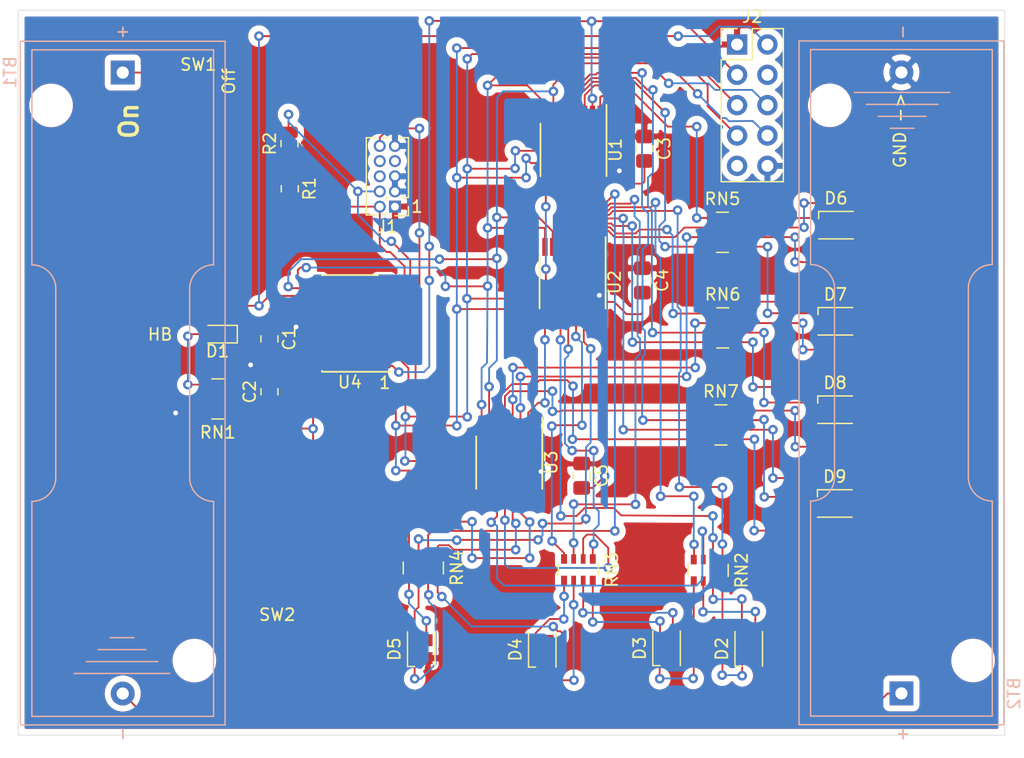
<source format=kicad_pcb>
(kicad_pcb (version 20171130) (host pcbnew "(5.1.5)-3")
  (layers (0 F.Cu signal) (31 B.Cu signal) (34 B.Paste user) (35 F.Paste user) (36 B.SilkS user) (37 F.SilkS user) (38 B.Mask user) (39 F.Mask user) (44 Edge.Cuts user))
  (net 0 "")
  (net 1 "Net-(BT1-Pad2)")
  (net 2 "Net-(BT1-Pad1)")
  (net 3 GND)
  (net 4 3v3)
  (net 5 "Net-(D1-Pad2)")
  (net 6 "Net-(D2-Pad1)")
  (net 7 "Net-(D2-Pad2)")
  (net 8 "Net-(D2-Pad3)")
  (net 9 "Net-(D3-Pad3)")
  (net 10 "Net-(D3-Pad2)")
  (net 11 "Net-(D3-Pad1)")
  (net 12 "Net-(D4-Pad3)")
  (net 13 "Net-(D4-Pad2)")
  (net 14 "Net-(D4-Pad1)")
  (net 15 "Net-(D5-Pad1)")
  (net 16 "Net-(D5-Pad2)")
  (net 17 "Net-(D5-Pad3)")
  (net 18 "Net-(D6-Pad3)")
  (net 19 "Net-(D6-Pad2)")
  (net 20 "Net-(D6-Pad1)")
  (net 21 "Net-(D7-Pad1)")
  (net 22 "Net-(D7-Pad2)")
  (net 23 "Net-(D7-Pad3)")
  (net 24 "Net-(D8-Pad1)")
  (net 25 "Net-(D8-Pad2)")
  (net 26 "Net-(D8-Pad3)")
  (net 27 "Net-(D9-Pad3)")
  (net 28 "Net-(D9-Pad2)")
  (net 29 "Net-(D9-Pad1)")
  (net 30 "Net-(J1-Pad6)")
  (net 31 B1)
  (net 32 "Net-(RN1-Pad3)")
  (net 33 "Net-(RN1-Pad2)")
  (net 34 HB)
  (net 35 "Net-(RN1-Pad7)")
  (net 36 "Net-(RN1-Pad6)")
  (net 37 R5)
  (net 38 B5)
  (net 39 G5)
  (net 40 R6)
  (net 41 G7)
  (net 42 B6)
  (net 43 R7)
  (net 44 G6)
  (net 45 B7)
  (net 46 G8)
  (net 47 R8)
  (net 48 B8)
  (net 49 R2)
  (net 50 G1)
  (net 51 R1)
  (net 52 G2)
  (net 53 R3)
  (net 54 B2)
  (net 55 G3)
  (net 56 B4)
  (net 57 R4)
  (net 58 G4)
  (net 59 B3)
  (net 60 Red_Data)
  (net 61 ~MEM_RESET~)
  (net 62 ~Output_Enable~)
  (net 63 Green_Data)
  (net 64 Storage_CLK)
  (net 65 Shift_CLK)
  (net 66 Blue_Data)
  (net 67 "Net-(U3-Pad9)")
  (net 68 "Net-(U4-Pad4)")
  (net 69 "Net-(U4-Pad5)")
  (net 70 "Net-(U4-Pad12)")
  (net 71 "Net-(U4-Pad20)")
  (net 72 "Net-(U4-Pad21)")
  (net 73 "Net-(U4-Pad23)")
  (net 74 "Net-(U4-Pad24)")
  (net 75 BT1)
  (net 76 "Net-(SW1-Pad3)")
  (net 77 "Net-(SW1-Pad4)")
  (net 78 "Net-(SW1-Pad5)")
  (net 79 "Net-(SW1-Pad6)")
  (net 80 SWDIO_PIO0_2)
  (net 81 SWCLK_PIO0_3)
  (net 82 "Net-(J1-Pad7)")
  (net 83 "Net-(J1-Pad8)")
  (net 84 !TRST_P0_5)
  (net 85 "Net-(J2-Pad4)")
  (net 86 "Net-(J2-Pad9)")
  (net 87 "Net-(U4-Pad7)")
  (net 88 "Net-(U4-Pad10)")
  (net 89 "Net-(U4-Pad11)")
  (net 90 "Net-(U4-Pad16)")
  (net 91 "Net-(U4-Pad17)")
  (module LL3301FF065QJ_pushbutton:LL3301FF065QJ (layer F.Cu) (at 172.6 113.95 180)
    (fp_text reference SW2 (at 0 -5.842) (layer F.SilkS))
    (fp_text value SW_SPST)
    (pad 4 smd rect (at 3 2.25 180) (size 2.1 1.4) (layers F.Cu F.Paste F.Mask))
    (pad 3 smd rect (at 3 -2.25 180) (size 2.1 1.4) (layers F.Cu F.Paste F.Mask))
    (pad 2 smd rect (at -3 2.25 180) (size 2.1 1.4) (layers F.Cu F.Paste F.Mask) (net 75 BT1))
    (pad 1 smd rect (at -3 -2.25 180) (size 2.1 1.4) (layers F.Cu F.Paste F.Mask) (net 4 3v3))
  )
  (module Connector_PinHeader_1.27mm:PinHeader_2x05_P1.27mm_Vertical (layer F.Cu) (at 182.45 85.625 180)
    (fp_text reference J1 (at 0.635 -1.695) (layer F.SilkS))
    (fp_text value Conn_02x05_Odd_Even)
    (pad 1 thru_hole rect (at 0 0 180) (size 1 1) (drill 0.65) (layers *.Cu *.Mask) (net 4 3v3))
    (pad 2 thru_hole oval (at 1.27 0 180) (size 1 1) (drill 0.65) (layers *.Cu *.Mask) (net 80 SWDIO_PIO0_2))
    (pad 3 thru_hole oval (at 0 1.27 180) (size 1 1) (drill 0.65) (layers *.Cu *.Mask) (net 3 GND))
    (pad 4 thru_hole oval (at 1.27 1.27 180) (size 1 1) (drill 0.65) (layers *.Cu *.Mask) (net 81 SWCLK_PIO0_3))
    (pad 5 thru_hole oval (at 0 2.54 180) (size 1 1) (drill 0.65) (layers *.Cu *.Mask) (net 3 GND))
    (pad 6 thru_hole oval (at 1.27 2.54 180) (size 1 1) (drill 0.65) (layers *.Cu *.Mask) (net 30 "Net-(J1-Pad6)"))
    (pad 7 thru_hole oval (at 0 3.81 180) (size 1 1) (drill 0.65) (layers *.Cu *.Mask) (net 82 "Net-(J1-Pad7)"))
    (pad 8 thru_hole oval (at 1.27 3.81 180) (size 1 1) (drill 0.65) (layers *.Cu *.Mask) (net 83 "Net-(J1-Pad8)"))
    (pad 9 thru_hole oval (at 0 5.08 180) (size 1 1) (drill 0.65) (layers *.Cu *.Mask) (net 3 GND))
    (pad 10 thru_hole oval (at 1.27 5.08 180) (size 1 1) (drill 0.65) (layers *.Cu *.Mask) (net 84 !TRST_P0_5))
  )
  (module Battery:BatteryHolder_Keystone_2460_1xAA (layer B.Cu) (at 159.675 74.4 270)
    (fp_text reference BT1 (at -0.02 9.42 270) (layer B.SilkS) (effects (justify mirror)))
    (fp_text value Battery_Cell)
    (fp_text user - (at 55.37 0.06 90) (layer B.SilkS) (effects (justify mirror)))
    (fp_text user + (at -3.4 0.06 90) (layer B.SilkS) (effects (justify mirror)))
    (pad "" np_thru_hole circle (at 2.75 5.995 180) (size 2.64 2.64) (drill 2.64) (layers *.Cu *.Mask))
    (pad "" np_thru_hole circle (at 49.23 -5.995 270) (size 2.64 2.64) (drill 2.64) (layers *.Cu *.Mask))
    (pad 2 thru_hole circle (at 51.99 0 90) (size 2 2) (drill 1.02) (layers *.Cu *.Mask) (net 1 "Net-(BT1-Pad2)"))
    (pad 1 thru_hole rect (at 0 0 90) (size 2 2) (drill 1.02) (layers *.Cu *.Mask) (net 2 "Net-(BT1-Pad1)"))
  )
  (module Battery:BatteryHolder_Keystone_2460_1xAA (layer B.Cu) (at 224.825 126.375 90)
    (fp_text reference BT2 (at -0.02 9.42 -90) (layer B.SilkS) (effects (justify mirror)))
    (fp_text value Battery_Cell)
    (fp_text user + (at -3.4 0.06 90) (layer B.SilkS) (effects (justify mirror)))
    (fp_text user - (at 55.37 0.06 90) (layer B.SilkS) (effects (justify mirror)))
    (pad 1 thru_hole rect (at 0 0 270) (size 2 2) (drill 1.02) (layers *.Cu *.Mask) (net 1 "Net-(BT1-Pad2)"))
    (pad 2 thru_hole circle (at 51.99 0 270) (size 2 2) (drill 1.02) (layers *.Cu *.Mask) (net 3 GND))
    (pad "" np_thru_hole circle (at 49.23 -5.995 90) (size 2.64 2.64) (drill 2.64) (layers *.Cu *.Mask))
    (pad "" np_thru_hole circle (at 2.75 5.995) (size 2.64 2.64) (drill 2.64) (layers *.Cu *.Mask))
  )
  (module Capacitor_SMD:C_0805_2012Metric_Pad1.15x1.40mm_HandSolder (layer F.Cu) (at 171.95 96.7 270)
    (fp_text reference C1 (at 0 -1.65 90) (layer F.SilkS))
    (fp_text value C_Small)
    (pad 1 smd roundrect (at -1.025 0 270) (size 1.15 1.4) (layers F.Cu F.Paste F.Mask) (roundrect_rratio 0.217391) (net 4 3v3))
    (pad 2 smd roundrect (at 1.025 0 270) (size 1.15 1.4) (layers F.Cu F.Paste F.Mask) (roundrect_rratio 0.217391) (net 3 GND))
  )
  (module Capacitor_SMD:C_0805_2012Metric_Pad1.15x1.40mm_HandSolder (layer F.Cu) (at 171.95 101.125 90)
    (fp_text reference C2 (at 0 -1.65 90) (layer F.SilkS))
    (fp_text value C_Small)
    (pad 2 smd roundrect (at 1.025 0 90) (size 1.15 1.4) (layers F.Cu F.Paste F.Mask) (roundrect_rratio 0.217391) (net 3 GND))
    (pad 1 smd roundrect (at -1.025 0 90) (size 1.15 1.4) (layers F.Cu F.Paste F.Mask) (roundrect_rratio 0.217391) (net 4 3v3))
  )
  (module Capacitor_SMD:C_0805_2012Metric_Pad1.15x1.40mm_HandSolder (layer F.Cu) (at 203.325 80.775 270)
    (fp_text reference C3 (at 0 -1.65 90) (layer F.SilkS))
    (fp_text value C_Small)
    (pad 1 smd roundrect (at -1.025 0 270) (size 1.15 1.4) (layers F.Cu F.Paste F.Mask) (roundrect_rratio 0.217391) (net 4 3v3))
    (pad 2 smd roundrect (at 1.025 0 270) (size 1.15 1.4) (layers F.Cu F.Paste F.Mask) (roundrect_rratio 0.217391) (net 3 GND))
  )
  (module Capacitor_SMD:C_0805_2012Metric_Pad1.15x1.40mm_HandSolder (layer F.Cu) (at 203.15 91.8 270)
    (fp_text reference C4 (at 0 -1.65 90) (layer F.SilkS))
    (fp_text value C_Small)
    (pad 2 smd roundrect (at 1.025 0 270) (size 1.15 1.4) (layers F.Cu F.Paste F.Mask) (roundrect_rratio 0.217391) (net 3 GND))
    (pad 1 smd roundrect (at -1.025 0 270) (size 1.15 1.4) (layers F.Cu F.Paste F.Mask) (roundrect_rratio 0.217391) (net 4 3v3))
  )
  (module Capacitor_SMD:C_0805_2012Metric_Pad1.15x1.40mm_HandSolder (layer F.Cu) (at 198.075 108.15 270)
    (fp_text reference C5 (at 0 -1.65 90) (layer F.SilkS))
    (fp_text value C_Small)
    (pad 1 smd roundrect (at -1.025 0 270) (size 1.15 1.4) (layers F.Cu F.Paste F.Mask) (roundrect_rratio 0.217391) (net 4 3v3))
    (pad 2 smd roundrect (at 1.025 0 270) (size 1.15 1.4) (layers F.Cu F.Paste F.Mask) (roundrect_rratio 0.217391) (net 3 GND))
  )
  (module LED_SMD:LED_0603_1608Metric_Pad1.05x0.95mm_HandSolder (layer F.Cu) (at 167.6 96.3 180)
    (fp_text reference D1 (at 0 -1.43) (layer F.SilkS))
    (fp_text value LED)
    (pad 1 smd roundrect (at -0.875 0 180) (size 1.05 0.95) (layers F.Cu F.Paste F.Mask) (net 34 HB))
    (pad 2 smd roundrect (at 0.875 0 180) (size 1.05 0.95) (layers F.Cu F.Paste F.Mask) (net 5 "Net-(D1-Pad2)"))
  )
  (module LED_SMD:LED_Cree-PLCC4_2x2mm_CW (layer F.Cu) (at 212.05 122.65 90)
    (fp_text reference D2 (at 0 -2.25 90) (layer F.SilkS))
    (fp_text value LED_RGBA)
    (pad 1 smd rect (at -0.75 -0.55 90) (size 1 0.8) (layers F.Cu F.Paste F.Mask) (net 6 "Net-(D2-Pad1)"))
    (pad 2 smd rect (at 0.75 -0.55 90) (size 1 0.8) (layers F.Cu F.Paste F.Mask) (net 7 "Net-(D2-Pad2)"))
    (pad 3 smd rect (at 0.75 0.55 90) (size 1 0.8) (layers F.Cu F.Paste F.Mask) (net 8 "Net-(D2-Pad3)"))
    (pad 4 smd rect (at -0.75 0.55 90) (size 1 0.8) (layers F.Cu F.Paste F.Mask) (net 4 3v3))
  )
  (module LED_SMD:LED_Cree-PLCC4_2x2mm_CW (layer F.Cu) (at 205.175 122.6 90)
    (fp_text reference D3 (at 0 -2.25 90) (layer F.SilkS))
    (fp_text value LED_RGBA)
    (pad 4 smd rect (at -0.75 0.55 90) (size 1 0.8) (layers F.Cu F.Paste F.Mask) (net 4 3v3))
    (pad 3 smd rect (at 0.75 0.55 90) (size 1 0.8) (layers F.Cu F.Paste F.Mask) (net 9 "Net-(D3-Pad3)"))
    (pad 2 smd rect (at 0.75 -0.55 90) (size 1 0.8) (layers F.Cu F.Paste F.Mask) (net 10 "Net-(D3-Pad2)"))
    (pad 1 smd rect (at -0.75 -0.55 90) (size 1 0.8) (layers F.Cu F.Paste F.Mask) (net 11 "Net-(D3-Pad1)"))
  )
  (module LED_SMD:LED_Cree-PLCC4_2x2mm_CW (layer F.Cu) (at 194.775 122.725 90)
    (fp_text reference D4 (at 0 -2.25 90) (layer F.SilkS))
    (fp_text value LED_RGBA)
    (pad 4 smd rect (at -0.75 0.55 90) (size 1 0.8) (layers F.Cu F.Paste F.Mask) (net 4 3v3))
    (pad 3 smd rect (at 0.75 0.55 90) (size 1 0.8) (layers F.Cu F.Paste F.Mask) (net 12 "Net-(D4-Pad3)"))
    (pad 2 smd rect (at 0.75 -0.55 90) (size 1 0.8) (layers F.Cu F.Paste F.Mask) (net 13 "Net-(D4-Pad2)"))
    (pad 1 smd rect (at -0.75 -0.55 90) (size 1 0.8) (layers F.Cu F.Paste F.Mask) (net 14 "Net-(D4-Pad1)"))
  )
  (module LED_SMD:LED_Cree-PLCC4_2x2mm_CW (layer F.Cu) (at 184.65 122.675 90)
    (fp_text reference D5 (at 0 -2.25 90) (layer F.SilkS))
    (fp_text value LED_RGBA)
    (pad 1 smd rect (at -0.75 -0.55 90) (size 1 0.8) (layers F.Cu F.Paste F.Mask) (net 15 "Net-(D5-Pad1)"))
    (pad 2 smd rect (at 0.75 -0.55 90) (size 1 0.8) (layers F.Cu F.Paste F.Mask) (net 16 "Net-(D5-Pad2)"))
    (pad 3 smd rect (at 0.75 0.55 90) (size 1 0.8) (layers F.Cu F.Paste F.Mask) (net 17 "Net-(D5-Pad3)"))
    (pad 4 smd rect (at -0.75 0.55 90) (size 1 0.8) (layers F.Cu F.Paste F.Mask) (net 4 3v3))
  )
  (module LED_SMD:LED_Cree-PLCC4_2x2mm_CW (layer F.Cu) (at 219.35 87.175)
    (fp_text reference D6 (at 0 -2.25) (layer F.SilkS))
    (fp_text value LED_RGBA)
    (pad 4 smd rect (at -0.75 0.55) (size 1 0.8) (layers F.Cu F.Paste F.Mask) (net 4 3v3))
    (pad 3 smd rect (at 0.75 0.55) (size 1 0.8) (layers F.Cu F.Paste F.Mask) (net 18 "Net-(D6-Pad3)"))
    (pad 2 smd rect (at 0.75 -0.55) (size 1 0.8) (layers F.Cu F.Paste F.Mask) (net 19 "Net-(D6-Pad2)"))
    (pad 1 smd rect (at -0.75 -0.55) (size 1 0.8) (layers F.Cu F.Paste F.Mask) (net 20 "Net-(D6-Pad1)"))
  )
  (module LED_SMD:LED_Cree-PLCC4_2x2mm_CW (layer F.Cu) (at 219.3 95.225)
    (fp_text reference D7 (at 0 -2.25) (layer F.SilkS))
    (fp_text value LED_RGBA)
    (pad 1 smd rect (at -0.75 -0.55) (size 1 0.8) (layers F.Cu F.Paste F.Mask) (net 21 "Net-(D7-Pad1)"))
    (pad 2 smd rect (at 0.75 -0.55) (size 1 0.8) (layers F.Cu F.Paste F.Mask) (net 22 "Net-(D7-Pad2)"))
    (pad 3 smd rect (at 0.75 0.55) (size 1 0.8) (layers F.Cu F.Paste F.Mask) (net 23 "Net-(D7-Pad3)"))
    (pad 4 smd rect (at -0.75 0.55) (size 1 0.8) (layers F.Cu F.Paste F.Mask) (net 4 3v3))
  )
  (module LED_SMD:LED_Cree-PLCC4_2x2mm_CW (layer F.Cu) (at 219.275 102.625)
    (fp_text reference D8 (at 0 -2.25) (layer F.SilkS))
    (fp_text value LED_RGBA)
    (pad 1 smd rect (at -0.75 -0.55) (size 1 0.8) (layers F.Cu F.Paste F.Mask) (net 24 "Net-(D8-Pad1)"))
    (pad 2 smd rect (at 0.75 -0.55) (size 1 0.8) (layers F.Cu F.Paste F.Mask) (net 25 "Net-(D8-Pad2)"))
    (pad 3 smd rect (at 0.75 0.55) (size 1 0.8) (layers F.Cu F.Paste F.Mask) (net 26 "Net-(D8-Pad3)"))
    (pad 4 smd rect (at -0.75 0.55) (size 1 0.8) (layers F.Cu F.Paste F.Mask) (net 4 3v3))
  )
  (module LED_SMD:LED_Cree-PLCC4_2x2mm_CW (layer F.Cu) (at 219.25 110.475)
    (fp_text reference D9 (at 0 -2.25) (layer F.SilkS))
    (fp_text value LED_RGBA)
    (pad 4 smd rect (at -0.75 0.55) (size 1 0.8) (layers F.Cu F.Paste F.Mask) (net 4 3v3))
    (pad 3 smd rect (at 0.75 0.55) (size 1 0.8) (layers F.Cu F.Paste F.Mask) (net 27 "Net-(D9-Pad3)"))
    (pad 2 smd rect (at 0.75 -0.55) (size 1 0.8) (layers F.Cu F.Paste F.Mask) (net 28 "Net-(D9-Pad2)"))
    (pad 1 smd rect (at -0.75 -0.55) (size 1 0.8) (layers F.Cu F.Paste F.Mask) (net 29 "Net-(D9-Pad1)"))
  )
  (module Resistor_SMD:R_Array_Convex_4x0603 (layer F.Cu) (at 167.625 101.725 180)
    (fp_text reference RN1 (at 0 -2.8) (layer F.SilkS))
    (fp_text value R_Pack04)
    (pad 1 smd rect (at -0.9 -1.2 180) (size 0.8 0.5) (layers F.Cu F.Paste F.Mask) (net 75 BT1))
    (pad 3 smd rect (at -0.9 0.4 180) (size 0.8 0.4) (layers F.Cu F.Paste F.Mask) (net 32 "Net-(RN1-Pad3)"))
    (pad 2 smd rect (at -0.9 -0.4 180) (size 0.8 0.4) (layers F.Cu F.Paste F.Mask) (net 33 "Net-(RN1-Pad2)"))
    (pad 4 smd rect (at -0.9 1.2 180) (size 0.8 0.5) (layers F.Cu F.Paste F.Mask) (net 4 3v3))
    (pad 7 smd rect (at 0.9 -0.4 180) (size 0.8 0.4) (layers F.Cu F.Paste F.Mask) (net 35 "Net-(RN1-Pad7)"))
    (pad 8 smd rect (at 0.9 -1.2 180) (size 0.8 0.5) (layers F.Cu F.Paste F.Mask) (net 3 GND))
    (pad 6 smd rect (at 0.9 0.4 180) (size 0.8 0.4) (layers F.Cu F.Paste F.Mask) (net 36 "Net-(RN1-Pad6)"))
    (pad 5 smd rect (at 0.9 1.2 180) (size 0.8 0.5) (layers F.Cu F.Paste F.Mask) (net 5 "Net-(D1-Pad2)"))
  )
  (module Resistor_SMD:R_Array_Convex_4x0603 (layer F.Cu) (at 208.65 116.075 270)
    (fp_text reference RN2 (at 0 -2.8 90) (layer F.SilkS))
    (fp_text value R_Pack04)
    (pad 1 smd rect (at -0.9 -1.2 270) (size 0.8 0.5) (layers F.Cu F.Paste F.Mask) (net 37 R5))
    (pad 3 smd rect (at -0.9 0.4 270) (size 0.8 0.4) (layers F.Cu F.Paste F.Mask) (net 38 B5))
    (pad 2 smd rect (at -0.9 -0.4 270) (size 0.8 0.4) (layers F.Cu F.Paste F.Mask) (net 39 G5))
    (pad 4 smd rect (at -0.9 1.2 270) (size 0.8 0.5) (layers F.Cu F.Paste F.Mask) (net 40 R6))
    (pad 7 smd rect (at 0.9 -0.4 270) (size 0.8 0.4) (layers F.Cu F.Paste F.Mask) (net 7 "Net-(D2-Pad2)"))
    (pad 8 smd rect (at 0.9 -1.2 270) (size 0.8 0.5) (layers F.Cu F.Paste F.Mask) (net 6 "Net-(D2-Pad1)"))
    (pad 6 smd rect (at 0.9 0.4 270) (size 0.8 0.4) (layers F.Cu F.Paste F.Mask) (net 8 "Net-(D2-Pad3)"))
    (pad 5 smd rect (at 0.9 1.2 270) (size 0.8 0.5) (layers F.Cu F.Paste F.Mask) (net 11 "Net-(D3-Pad1)"))
  )
  (module Resistor_SMD:R_Array_Convex_4x0603 (layer F.Cu) (at 197.8 116.025 270)
    (fp_text reference RN3 (at 0 -2.8 90) (layer F.SilkS))
    (fp_text value R_Pack04)
    (pad 5 smd rect (at 0.9 1.2 270) (size 0.8 0.5) (layers F.Cu F.Paste F.Mask) (net 13 "Net-(D4-Pad2)"))
    (pad 6 smd rect (at 0.9 0.4 270) (size 0.8 0.4) (layers F.Cu F.Paste F.Mask) (net 14 "Net-(D4-Pad1)"))
    (pad 8 smd rect (at 0.9 -1.2 270) (size 0.8 0.5) (layers F.Cu F.Paste F.Mask) (net 10 "Net-(D3-Pad2)"))
    (pad 7 smd rect (at 0.9 -0.4 270) (size 0.8 0.4) (layers F.Cu F.Paste F.Mask) (net 9 "Net-(D3-Pad3)"))
    (pad 4 smd rect (at -0.9 1.2 270) (size 0.8 0.5) (layers F.Cu F.Paste F.Mask) (net 41 G7))
    (pad 2 smd rect (at -0.9 -0.4 270) (size 0.8 0.4) (layers F.Cu F.Paste F.Mask) (net 42 B6))
    (pad 3 smd rect (at -0.9 0.4 270) (size 0.8 0.4) (layers F.Cu F.Paste F.Mask) (net 43 R7))
    (pad 1 smd rect (at -0.9 -1.2 270) (size 0.8 0.5) (layers F.Cu F.Paste F.Mask) (net 44 G6))
  )
  (module Resistor_SMD:R_Array_Convex_4x0603 (layer F.Cu) (at 184.825 115.875 270)
    (fp_text reference RN4 (at 0 -2.8 90) (layer F.SilkS))
    (fp_text value R_Pack04)
    (pad 1 smd rect (at -0.9 -1.2 270) (size 0.8 0.5) (layers F.Cu F.Paste F.Mask) (net 45 B7))
    (pad 3 smd rect (at -0.9 0.4 270) (size 0.8 0.4) (layers F.Cu F.Paste F.Mask) (net 46 G8))
    (pad 2 smd rect (at -0.9 -0.4 270) (size 0.8 0.4) (layers F.Cu F.Paste F.Mask) (net 47 R8))
    (pad 4 smd rect (at -0.9 1.2 270) (size 0.8 0.5) (layers F.Cu F.Paste F.Mask) (net 48 B8))
    (pad 7 smd rect (at 0.9 -0.4 270) (size 0.8 0.4) (layers F.Cu F.Paste F.Mask) (net 15 "Net-(D5-Pad1)"))
    (pad 8 smd rect (at 0.9 -1.2 270) (size 0.8 0.5) (layers F.Cu F.Paste F.Mask) (net 12 "Net-(D4-Pad3)"))
    (pad 6 smd rect (at 0.9 0.4 270) (size 0.8 0.4) (layers F.Cu F.Paste F.Mask) (net 16 "Net-(D5-Pad2)"))
    (pad 5 smd rect (at 0.9 1.2 270) (size 0.8 0.5) (layers F.Cu F.Paste F.Mask) (net 17 "Net-(D5-Pad3)"))
  )
  (module Resistor_SMD:R_Array_Convex_4x0603 (layer F.Cu) (at 209.85 87.775)
    (fp_text reference RN5 (at 0 -2.8) (layer F.SilkS))
    (fp_text value R_Pack04)
    (pad 5 smd rect (at 0.9 1.2) (size 0.8 0.5) (layers F.Cu F.Paste F.Mask) (net 21 "Net-(D7-Pad1)"))
    (pad 6 smd rect (at 0.9 0.4) (size 0.8 0.4) (layers F.Cu F.Paste F.Mask) (net 18 "Net-(D6-Pad3)"))
    (pad 8 smd rect (at 0.9 -1.2) (size 0.8 0.5) (layers F.Cu F.Paste F.Mask) (net 20 "Net-(D6-Pad1)"))
    (pad 7 smd rect (at 0.9 -0.4) (size 0.8 0.4) (layers F.Cu F.Paste F.Mask) (net 19 "Net-(D6-Pad2)"))
    (pad 4 smd rect (at -0.9 1.2) (size 0.8 0.5) (layers F.Cu F.Paste F.Mask) (net 49 R2))
    (pad 2 smd rect (at -0.9 -0.4) (size 0.8 0.4) (layers F.Cu F.Paste F.Mask) (net 50 G1))
    (pad 3 smd rect (at -0.9 0.4) (size 0.8 0.4) (layers F.Cu F.Paste F.Mask) (net 31 B1))
    (pad 1 smd rect (at -0.9 -1.2) (size 0.8 0.5) (layers F.Cu F.Paste F.Mask) (net 51 R1))
  )
  (module Resistor_SMD:R_Array_Convex_4x0603 (layer F.Cu) (at 209.875 95.775)
    (fp_text reference RN6 (at 0 -2.8) (layer F.SilkS))
    (fp_text value R_Pack04)
    (pad 1 smd rect (at -0.9 -1.2) (size 0.8 0.5) (layers F.Cu F.Paste F.Mask) (net 52 G2))
    (pad 3 smd rect (at -0.9 0.4) (size 0.8 0.4) (layers F.Cu F.Paste F.Mask) (net 53 R3))
    (pad 2 smd rect (at -0.9 -0.4) (size 0.8 0.4) (layers F.Cu F.Paste F.Mask) (net 54 B2))
    (pad 4 smd rect (at -0.9 1.2) (size 0.8 0.5) (layers F.Cu F.Paste F.Mask) (net 55 G3))
    (pad 7 smd rect (at 0.9 -0.4) (size 0.8 0.4) (layers F.Cu F.Paste F.Mask) (net 23 "Net-(D7-Pad3)"))
    (pad 8 smd rect (at 0.9 -1.2) (size 0.8 0.5) (layers F.Cu F.Paste F.Mask) (net 22 "Net-(D7-Pad2)"))
    (pad 6 smd rect (at 0.9 0.4) (size 0.8 0.4) (layers F.Cu F.Paste F.Mask) (net 24 "Net-(D8-Pad1)"))
    (pad 5 smd rect (at 0.9 1.2) (size 0.8 0.5) (layers F.Cu F.Paste F.Mask) (net 25 "Net-(D8-Pad2)"))
  )
  (module Resistor_SMD:R_Array_Convex_4x0603 (layer F.Cu) (at 209.725 103.9)
    (fp_text reference RN7 (at 0 -2.8) (layer F.SilkS))
    (fp_text value R_Pack04)
    (pad 5 smd rect (at 0.9 1.2) (size 0.8 0.5) (layers F.Cu F.Paste F.Mask) (net 27 "Net-(D9-Pad3)"))
    (pad 6 smd rect (at 0.9 0.4) (size 0.8 0.4) (layers F.Cu F.Paste F.Mask) (net 28 "Net-(D9-Pad2)"))
    (pad 8 smd rect (at 0.9 -1.2) (size 0.8 0.5) (layers F.Cu F.Paste F.Mask) (net 26 "Net-(D8-Pad3)"))
    (pad 7 smd rect (at 0.9 -0.4) (size 0.8 0.4) (layers F.Cu F.Paste F.Mask) (net 29 "Net-(D9-Pad1)"))
    (pad 4 smd rect (at -0.9 1.2) (size 0.8 0.5) (layers F.Cu F.Paste F.Mask) (net 56 B4))
    (pad 2 smd rect (at -0.9 -0.4) (size 0.8 0.4) (layers F.Cu F.Paste F.Mask) (net 57 R4))
    (pad 3 smd rect (at -0.9 0.4) (size 0.8 0.4) (layers F.Cu F.Paste F.Mask) (net 58 G4))
    (pad 1 smd rect (at -0.9 -1.2) (size 0.8 0.5) (layers F.Cu F.Paste F.Mask) (net 59 B3))
  )
  (module JS202011SCQN:JS202011SCQN (layer F.Cu) (at 166.025 81.3)
    (fp_text reference SW1 (at -0.0254 -7.5692) (layer F.SilkS))
    (fp_text value SW_Push_DPDT)
    (pad 2 smd rect (at 0 -2.75) (size 1.2 2.5) (layers F.Cu F.Paste F.Mask) (net 2 "Net-(BT1-Pad1)"))
    (pad 3 smd rect (at 2.5 -2.75) (size 1.2 2.5) (layers F.Cu F.Paste F.Mask) (net 76 "Net-(SW1-Pad3)"))
    (pad 1 smd rect (at -2.5 -2.75) (size 1.2 2.5) (layers F.Cu F.Paste F.Mask) (net 4 3v3))
    (pad 4 smd rect (at -2.5 2.75) (size 1.2 2.5) (layers F.Cu F.Paste F.Mask) (net 77 "Net-(SW1-Pad4)"))
    (pad 5 smd rect (at 0 2.75) (size 1.2 2.5) (layers F.Cu F.Paste F.Mask) (net 78 "Net-(SW1-Pad5)"))
    (pad 6 smd rect (at 2.5 2.75) (size 1.2 2.5) (layers F.Cu F.Paste F.Mask) (net 79 "Net-(SW1-Pad6)"))
  )
  (module Package_SO:TSSOP-16_4.4x5mm_P0.65mm (layer F.Cu) (at 197.35 80.875 270)
    (fp_text reference U1 (at 0 -3.55 90) (layer F.SilkS))
    (fp_text value Shift_Reg)
    (pad 1 smd rect (at -2.95 -2.275 270) (size 1.5 0.45) (layers F.Cu F.Paste F.Mask) (net 4 3v3))
    (pad 2 smd rect (at -2.95 -1.625 270) (size 1.5 0.45) (layers F.Cu F.Paste F.Mask) (net 60 Red_Data))
    (pad 3 smd rect (at -2.95 -0.975 270) (size 1.5 0.45) (layers F.Cu F.Paste F.Mask) (net 51 R1))
    (pad 4 smd rect (at -2.95 -0.325 270) (size 1.5 0.45) (layers F.Cu F.Paste F.Mask) (net 49 R2))
    (pad 5 smd rect (at -2.95 0.325 270) (size 1.5 0.45) (layers F.Cu F.Paste F.Mask) (net 53 R3))
    (pad 6 smd rect (at -2.95 0.975 270) (size 1.5 0.45) (layers F.Cu F.Paste F.Mask) (net 57 R4))
    (pad 7 smd rect (at -2.95 1.625 270) (size 1.5 0.45) (layers F.Cu F.Paste F.Mask) (net 61 ~MEM_RESET~))
    (pad 8 smd rect (at -2.95 2.275 270) (size 1.5 0.45) (layers F.Cu F.Paste F.Mask) (net 62 ~Output_Enable~))
    (pad 9 smd rect (at 2.95 2.275 270) (size 1.5 0.45) (layers F.Cu F.Paste F.Mask) (net 63 Green_Data))
    (pad 10 smd rect (at 2.95 1.625 270) (size 1.5 0.45) (layers F.Cu F.Paste F.Mask) (net 64 Storage_CLK))
    (pad 11 smd rect (at 2.95 0.975 270) (size 1.5 0.45) (layers F.Cu F.Paste F.Mask) (net 37 R5))
    (pad 12 smd rect (at 2.95 0.325 270) (size 1.5 0.45) (layers F.Cu F.Paste F.Mask) (net 40 R6))
    (pad 13 smd rect (at 2.95 -0.325 270) (size 1.5 0.45) (layers F.Cu F.Paste F.Mask) (net 43 R7))
    (pad 14 smd rect (at 2.95 -0.975 270) (size 1.5 0.45) (layers F.Cu F.Paste F.Mask) (net 47 R8))
    (pad 15 smd rect (at 2.95 -1.625 270) (size 1.5 0.45) (layers F.Cu F.Paste F.Mask) (net 65 Shift_CLK))
    (pad 16 smd rect (at 2.95 -2.275 270) (size 1.5 0.45) (layers F.Cu F.Paste F.Mask) (net 3 GND))
  )
  (module Package_SO:TSSOP-16_4.4x5mm_P0.65mm (layer F.Cu) (at 197.275 91.95 270)
    (fp_text reference U2 (at 0 -3.55 90) (layer F.SilkS))
    (fp_text value Shift_Reg)
    (pad 16 smd rect (at 2.95 -2.275 270) (size 1.5 0.45) (layers F.Cu F.Paste F.Mask) (net 3 GND))
    (pad 15 smd rect (at 2.95 -1.625 270) (size 1.5 0.45) (layers F.Cu F.Paste F.Mask) (net 65 Shift_CLK))
    (pad 14 smd rect (at 2.95 -0.975 270) (size 1.5 0.45) (layers F.Cu F.Paste F.Mask) (net 46 G8))
    (pad 13 smd rect (at 2.95 -0.325 270) (size 1.5 0.45) (layers F.Cu F.Paste F.Mask) (net 41 G7))
    (pad 12 smd rect (at 2.95 0.325 270) (size 1.5 0.45) (layers F.Cu F.Paste F.Mask) (net 44 G6))
    (pad 11 smd rect (at 2.95 0.975 270) (size 1.5 0.45) (layers F.Cu F.Paste F.Mask) (net 39 G5))
    (pad 10 smd rect (at 2.95 1.625 270) (size 1.5 0.45) (layers F.Cu F.Paste F.Mask) (net 64 Storage_CLK))
    (pad 9 smd rect (at 2.95 2.275 270) (size 1.5 0.45) (layers F.Cu F.Paste F.Mask) (net 66 Blue_Data))
    (pad 8 smd rect (at -2.95 2.275 270) (size 1.5 0.45) (layers F.Cu F.Paste F.Mask) (net 62 ~Output_Enable~))
    (pad 7 smd rect (at -2.95 1.625 270) (size 1.5 0.45) (layers F.Cu F.Paste F.Mask) (net 61 ~MEM_RESET~))
    (pad 6 smd rect (at -2.95 0.975 270) (size 1.5 0.45) (layers F.Cu F.Paste F.Mask) (net 58 G4))
    (pad 5 smd rect (at -2.95 0.325 270) (size 1.5 0.45) (layers F.Cu F.Paste F.Mask) (net 55 G3))
    (pad 4 smd rect (at -2.95 -0.325 270) (size 1.5 0.45) (layers F.Cu F.Paste F.Mask) (net 52 G2))
    (pad 3 smd rect (at -2.95 -0.975 270) (size 1.5 0.45) (layers F.Cu F.Paste F.Mask) (net 50 G1))
    (pad 2 smd rect (at -2.95 -1.625 270) (size 1.5 0.45) (layers F.Cu F.Paste F.Mask) (net 63 Green_Data))
    (pad 1 smd rect (at -2.95 -2.275 270) (size 1.5 0.45) (layers F.Cu F.Paste F.Mask) (net 4 3v3))
  )
  (module Package_SO:TSSOP-16_4.4x5mm_P0.65mm (layer F.Cu) (at 191.975 107.05 270)
    (fp_text reference U3 (at 0 -3.55 90) (layer F.SilkS))
    (fp_text value Shift_Reg)
    (pad 1 smd rect (at -2.95 -2.275 270) (size 1.5 0.45) (layers F.Cu F.Paste F.Mask) (net 4 3v3))
    (pad 2 smd rect (at -2.95 -1.625 270) (size 1.5 0.45) (layers F.Cu F.Paste F.Mask) (net 66 Blue_Data))
    (pad 3 smd rect (at -2.95 -0.975 270) (size 1.5 0.45) (layers F.Cu F.Paste F.Mask) (net 31 B1))
    (pad 4 smd rect (at -2.95 -0.325 270) (size 1.5 0.45) (layers F.Cu F.Paste F.Mask) (net 54 B2))
    (pad 5 smd rect (at -2.95 0.325 270) (size 1.5 0.45) (layers F.Cu F.Paste F.Mask) (net 59 B3))
    (pad 6 smd rect (at -2.95 0.975 270) (size 1.5 0.45) (layers F.Cu F.Paste F.Mask) (net 56 B4))
    (pad 7 smd rect (at -2.95 1.625 270) (size 1.5 0.45) (layers F.Cu F.Paste F.Mask) (net 61 ~MEM_RESET~))
    (pad 8 smd rect (at -2.95 2.275 270) (size 1.5 0.45) (layers F.Cu F.Paste F.Mask) (net 62 ~Output_Enable~))
    (pad 9 smd rect (at 2.95 2.275 270) (size 1.5 0.45) (layers F.Cu F.Paste F.Mask) (net 67 "Net-(U3-Pad9)"))
    (pad 10 smd rect (at 2.95 1.625 270) (size 1.5 0.45) (layers F.Cu F.Paste F.Mask) (net 64 Storage_CLK))
    (pad 11 smd rect (at 2.95 0.975 270) (size 1.5 0.45) (layers F.Cu F.Paste F.Mask) (net 38 B5))
    (pad 12 smd rect (at 2.95 0.325 270) (size 1.5 0.45) (layers F.Cu F.Paste F.Mask) (net 42 B6))
    (pad 13 smd rect (at 2.95 -0.325 270) (size 1.5 0.45) (layers F.Cu F.Paste F.Mask) (net 45 B7))
    (pad 14 smd rect (at 2.95 -0.975 270) (size 1.5 0.45) (layers F.Cu F.Paste F.Mask) (net 48 B8))
    (pad 15 smd rect (at 2.95 -1.625 270) (size 1.5 0.45) (layers F.Cu F.Paste F.Mask) (net 65 Shift_CLK))
    (pad 16 smd rect (at 2.95 -2.275 270) (size 1.5 0.45) (layers F.Cu F.Paste F.Mask) (net 3 GND))
  )
  (module Connector_PinHeader_2.54mm:PinHeader_2x05_P2.54mm_Vertical (layer F.Cu) (at 211.075 72.05)
    (fp_text reference J2 (at 1.27 -2.33) (layer F.SilkS))
    (fp_text value Conn_02x05_Odd_Even)
    (pad 1 thru_hole rect (at 0 0) (size 1.7 1.7) (drill 1) (layers *.Cu *.Mask) (net 4 3v3))
    (pad 2 thru_hole oval (at 2.54 0) (size 1.7 1.7) (drill 1) (layers *.Cu *.Mask) (net 34 HB))
    (pad 3 thru_hole oval (at 0 2.54) (size 1.7 1.7) (drill 1) (layers *.Cu *.Mask) (net 60 Red_Data))
    (pad 4 thru_hole oval (at 2.54 2.54) (size 1.7 1.7) (drill 1) (layers *.Cu *.Mask) (net 85 "Net-(J2-Pad4)"))
    (pad 5 thru_hole oval (at 0 5.08) (size 1.7 1.7) (drill 1) (layers *.Cu *.Mask) (net 64 Storage_CLK))
    (pad 6 thru_hole oval (at 2.54 5.08) (size 1.7 1.7) (drill 1) (layers *.Cu *.Mask) (net 61 ~MEM_RESET~))
    (pad 7 thru_hole oval (at 0 7.62) (size 1.7 1.7) (drill 1) (layers *.Cu *.Mask) (net 65 Shift_CLK))
    (pad 8 thru_hole oval (at 2.54 7.62) (size 1.7 1.7) (drill 1) (layers *.Cu *.Mask) (net 62 ~Output_Enable~))
    (pad 9 thru_hole oval (at 0 10.16) (size 1.7 1.7) (drill 1) (layers *.Cu *.Mask) (net 86 "Net-(J2-Pad9)"))
    (pad 10 thru_hole oval (at 2.54 10.16) (size 1.7 1.7) (drill 1) (layers *.Cu *.Mask) (net 3 GND))
  )
  (module Resistor_SMD:R_0805_2012Metric (layer F.Cu) (at 173.65 84.125 270)
    (fp_text reference R1 (at 0 -1.65 90) (layer F.SilkS))
    (fp_text value 10K)
    (pad 2 smd roundrect (at 0.9375 0 270) (size 0.975 1.4) (layers F.Cu F.Paste F.Mask) (net 80 SWDIO_PIO0_2))
    (pad 1 smd roundrect (at -0.9375 0 270) (size 0.975 1.4) (layers F.Cu F.Paste F.Mask) (net 4 3v3))
  )
  (module Resistor_SMD:R_0805_2012Metric (layer F.Cu) (at 173.625 80.35 90)
    (fp_text reference R2 (at 0 -1.65 90) (layer F.SilkS))
    (fp_text value 10K)
    (pad 1 smd roundrect (at -0.9375 0 90) (size 0.975 1.4) (layers F.Cu F.Paste F.Mask) (net 4 3v3))
    (pad 2 smd roundrect (at 0.9375 0 90) (size 0.975 1.4) (layers F.Cu F.Paste F.Mask) (net 81 SWCLK_PIO0_3))
  )
  (module Package_SO:TSSOP-24_4.4x7.8mm_P0.65mm (layer F.Cu) (at 178.675 95.375 180)
    (fp_text reference U4 (at 0 -4.95) (layer F.SilkS))
    (fp_text value LPC804-TSSOP24)
    (pad 1 smd rect (at -2.85 -3.575 180) (size 1.1 0.4) (layers F.Cu F.Paste F.Mask) (net 60 Red_Data))
    (pad 2 smd rect (at -2.85 -2.925 180) (size 1.1 0.4) (layers F.Cu F.Paste F.Mask) (net 64 Storage_CLK))
    (pad 3 smd rect (at -2.85 -2.275 180) (size 1.1 0.4) (layers F.Cu F.Paste F.Mask) (net 65 Shift_CLK))
    (pad 4 smd rect (at -2.85 -1.625 180) (size 1.1 0.4) (layers F.Cu F.Paste F.Mask) (net 68 "Net-(U4-Pad4)"))
    (pad 5 smd rect (at -2.85 -0.975 180) (size 1.1 0.4) (layers F.Cu F.Paste F.Mask) (net 69 "Net-(U4-Pad5)"))
    (pad 6 smd rect (at -2.85 -0.325 180) (size 1.1 0.4) (layers F.Cu F.Paste F.Mask) (net 84 !TRST_P0_5))
    (pad 7 smd rect (at -2.85 0.325 180) (size 1.1 0.4) (layers F.Cu F.Paste F.Mask) (net 87 "Net-(U4-Pad7)"))
    (pad 8 smd rect (at -2.85 0.975 180) (size 1.1 0.4) (layers F.Cu F.Paste F.Mask) (net 81 SWCLK_PIO0_3))
    (pad 9 smd rect (at -2.85 1.625 180) (size 1.1 0.4) (layers F.Cu F.Paste F.Mask) (net 80 SWDIO_PIO0_2))
    (pad 10 smd rect (at -2.85 2.275 180) (size 1.1 0.4) (layers F.Cu F.Paste F.Mask) (net 88 "Net-(U4-Pad10)"))
    (pad 11 smd rect (at -2.85 2.925 180) (size 1.1 0.4) (layers F.Cu F.Paste F.Mask) (net 89 "Net-(U4-Pad11)"))
    (pad 12 smd rect (at -2.85 3.575 180) (size 1.1 0.4) (layers F.Cu F.Paste F.Mask) (net 70 "Net-(U4-Pad12)"))
    (pad 13 smd rect (at 2.85 3.575 180) (size 1.1 0.4) (layers F.Cu F.Paste F.Mask) (net 62 ~Output_Enable~))
    (pad 14 smd rect (at 2.85 2.925 180) (size 1.1 0.4) (layers F.Cu F.Paste F.Mask) (net 61 ~MEM_RESET~))
    (pad 15 smd rect (at 2.85 2.275 180) (size 1.1 0.4) (layers F.Cu F.Paste F.Mask) (net 34 HB))
    (pad 16 smd rect (at 2.85 1.625 180) (size 1.1 0.4) (layers F.Cu F.Paste F.Mask) (net 90 "Net-(U4-Pad16)"))
    (pad 17 smd rect (at 2.85 0.975 180) (size 1.1 0.4) (layers F.Cu F.Paste F.Mask) (net 91 "Net-(U4-Pad17)"))
    (pad 18 smd rect (at 2.85 0.325 180) (size 1.1 0.4) (layers F.Cu F.Paste F.Mask) (net 4 3v3))
    (pad 19 smd rect (at 2.85 -0.325 180) (size 1.1 0.4) (layers F.Cu F.Paste F.Mask) (net 3 GND))
    (pad 20 smd rect (at 2.85 -0.975 180) (size 1.1 0.4) (layers F.Cu F.Paste F.Mask) (net 71 "Net-(U4-Pad20)"))
    (pad 21 smd rect (at 2.85 -1.625 180) (size 1.1 0.4) (layers F.Cu F.Paste F.Mask) (net 72 "Net-(U4-Pad21)"))
    (pad 22 smd rect (at 2.85 -2.275 180) (size 1.1 0.4) (layers F.Cu F.Paste F.Mask) (net 75 BT1))
    (pad 23 smd rect (at 2.85 -2.925 180) (size 1.1 0.4) (layers F.Cu F.Paste F.Mask) (net 73 "Net-(U4-Pad23)"))
    (pad 24 smd rect (at 2.85 -3.575 180) (size 1.1 0.4) (layers F.Cu F.Paste F.Mask) (net 74 "Net-(U4-Pad24)"))
  )
  (gr_text 1 (at 184.3 85.625) (layer F.SilkS) (effects (font (size 1 1))))
  (gr_text 1 (at 181.6 100.375) (layer F.SilkS) (effects (font (size 1 1))))
  (gr_text "GND ->" (at 224.7 79.25 90) (layer F.SilkS) (effects (font (size 1 1))))
  (gr_text HB (at 162.8 96.325) (layer F.SilkS) (effects (font (size 1 1))))
  (gr_text Off (at 168.55 75.125 90) (layer F.SilkS) (effects (font (size 1 1))))
  (gr_text On (at 160.2 78.45 90) (layer F.SilkS) (effects (font (size 1.5 1.5) (thickness 0.3))))
  (gr_line (start 150.925 129.875) (end 150.925 69.175) (layer Edge.Cuts) (width 0.05))
  (gr_line (start 233.475 129.875) (end 150.925 129.875) (layer Edge.Cuts) (width 0.05))
  (gr_line (start 233.475 69.175) (end 233.475 129.875) (layer Edge.Cuts) (width 0.05))
  (gr_line (start 150.925 69.175) (end 233.475 69.175) (layer Edge.Cuts) (width 0.05))
  (segment (start 223.6726 126.375) (end 221.725 128.3) (width 0.1524) (layer F.Cu) (net 1))
  (segment (start 224.825 126.375) (end 223.6726 126.375) (width 0.1524) (layer F.Cu) (net 1))
  (segment (start 221.725 128.3) (end 161.575 128.3) (width 0.1524) (layer F.Cu) (net 1))
  (segment (start 161.575 128.3) (end 160.674999 127.399999) (width 0.1524) (layer F.Cu) (net 1))
  (segment (start 160.674999 127.389999) (end 159.675 126.39) (width 0.1524) (layer F.Cu) (net 1))
  (segment (start 160.674999 127.399999) (end 160.674999 127.389999) (width 0.1524) (layer F.Cu) (net 1))
  (segment (start 166.025 75.75) (end 166.025 78.55) (width 0.1524) (layer F.Cu) (net 2))
  (segment (start 159.675 74.4) (end 164.675 74.4) (width 0.1524) (layer F.Cu) (net 2))
  (segment (start 164.675 74.4) (end 166.025 75.75) (width 0.1524) (layer F.Cu) (net 2))
  (segment (start 199.625 83.825) (end 199.625 82.5) (width 0.1524) (layer F.Cu) (net 3))
  (segment (start 199.625 82.5) (end 199.85 82.275) (width 0.1524) (layer F.Cu) (net 3))
  (segment (start 199.85 82.275) (end 200.9 82.275) (width 0.1524) (layer F.Cu) (net 3))
  (segment (start 201.75 83.125) (end 201.925 83.125) (width 0.1524) (layer F.Cu) (net 3))
  (segment (start 201.925 83.125) (end 202.5 83.7) (width 0.1524) (layer F.Cu) (net 3))
  (segment (start 202.5 83.7) (end 203.15 83.7) (width 0.1524) (layer F.Cu) (net 3))
  (segment (start 203.325 83.525) (end 203.325 81.8) (width 0.1524) (layer F.Cu) (net 3))
  (segment (start 203.15 83.7) (end 203.325 83.525) (width 0.1524) (layer F.Cu) (net 3))
  (segment (start 171.95 97.725) (end 171.95 98.3) (width 0.1524) (layer F.Cu) (net 3))
  (via (at 170.375 98.875) (size 0.8) (drill 0.4) (layers F.Cu B.Cu) (net 3))
  (segment (start 171.95 98.85) (end 170.4 98.85) (width 0.1524) (layer F.Cu) (net 3))
  (segment (start 171.95 98.85) (end 171.95 100.1) (width 0.1524) (layer F.Cu) (net 3))
  (segment (start 170.4 98.85) (end 170.375 98.875) (width 0.1524) (layer F.Cu) (net 3))
  (segment (start 171.95 98.3) (end 171.95 98.85) (width 0.1524) (layer F.Cu) (net 3))
  (via (at 174.175 95.7) (size 0.8) (drill 0.4) (layers F.Cu B.Cu) (net 3))
  (segment (start 175.825 95.7) (end 174.175 95.7) (width 0.1524) (layer F.Cu) (net 3))
  (via (at 164.1 102.9) (size 0.8) (drill 0.4) (layers F.Cu B.Cu) (net 3))
  (segment (start 166.725 102.925) (end 164.125 102.925) (width 0.1524) (layer F.Cu) (net 3))
  (segment (start 164.125 102.925) (end 164.1 102.9) (width 0.1524) (layer F.Cu) (net 3))
  (via (at 194.675 107.8) (size 0.8) (drill 0.4) (layers F.Cu B.Cu) (net 3))
  (segment (start 194.25 110) (end 194.25 108.225) (width 0.1524) (layer F.Cu) (net 3))
  (segment (start 194.25 108.225) (end 194.675 107.8) (width 0.1524) (layer F.Cu) (net 3))
  (via (at 199.55 93.05) (size 0.8) (drill 0.4) (layers F.Cu B.Cu) (net 3))
  (segment (start 199.55 94.9) (end 199.55 93.05) (width 0.1524) (layer F.Cu) (net 3))
  (via (at 201.225 82.625) (size 0.8) (drill 0.4) (layers F.Cu B.Cu) (net 3))
  (segment (start 201.25 82.625) (end 201.225 82.625) (width 0.1524) (layer F.Cu) (net 3))
  (segment (start 201.25 82.625) (end 201.75 83.125) (width 0.1524) (layer F.Cu) (net 3))
  (segment (start 200.9 82.275) (end 201.25 82.625) (width 0.1524) (layer F.Cu) (net 3))
  (via (at 200 108.175) (size 0.8) (drill 0.4) (layers F.Cu B.Cu) (net 3))
  (segment (start 198.075 109.175) (end 199 109.175) (width 0.1524) (layer F.Cu) (net 3))
  (segment (start 199 109.175) (end 200 108.175) (width 0.1524) (layer F.Cu) (net 3))
  (segment (start 203.15 92.825) (end 203.15 94.5) (width 0.1524) (layer F.Cu) (net 3))
  (segment (start 203.15 94.5) (end 203.025 94.625) (width 0.1524) (layer F.Cu) (net 3))
  (segment (start 203.025 94.625) (end 201.825 94.625) (width 0.1524) (layer F.Cu) (net 3))
  (segment (start 201.825 94.625) (end 200.8 93.6) (width 0.1524) (layer F.Cu) (net 3))
  (segment (start 200.1 93.6) (end 199.55 93.05) (width 0.1524) (layer F.Cu) (net 3))
  (segment (start 200.8 93.6) (end 200.1 93.6) (width 0.1524) (layer F.Cu) (net 3))
  (segment (start 199.625 77.925) (end 199.625 76.475) (width 0.1524) (layer F.Cu) (net 4))
  (segment (start 199.625 76.475) (end 199.725 76.375) (width 0.1524) (layer F.Cu) (net 4))
  (segment (start 199.725 76.375) (end 201.35 76.375) (width 0.1524) (layer F.Cu) (net 4))
  (segment (start 203.325 78.35) (end 203.325 79.75) (width 0.1524) (layer F.Cu) (net 4))
  (segment (start 201.35 76.375) (end 203.325 78.35) (width 0.1524) (layer F.Cu) (net 4))
  (segment (start 175.825 95.05) (end 173.675 95.05) (width 0.1524) (layer F.Cu) (net 4))
  (segment (start 171.95 94.225) (end 171.95 95.675) (width 0.1524) (layer F.Cu) (net 4))
  (segment (start 172.775 94.225) (end 172.95 94.4) (width 0.1524) (layer F.Cu) (net 4))
  (segment (start 171.95 94.225) (end 172.775 94.225) (width 0.1524) (layer F.Cu) (net 4))
  (segment (start 173.675 95.05) (end 172.95 94.4) (width 0.1524) (layer F.Cu) (net 4))
  (segment (start 194.25 104.1) (end 194.25 105.0024) (width 0.1524) (layer F.Cu) (net 4))
  (segment (start 194.25 105.0024) (end 194.25 105.725) (width 0.1524) (layer F.Cu) (net 4))
  (segment (start 194.25 105.725) (end 194.975 106.45) (width 0.1524) (layer F.Cu) (net 4))
  (segment (start 199.55 89) (end 202.675 89) (width 0.1524) (layer F.Cu) (net 4))
  (segment (start 203.15 89.475) (end 203.15 90.775) (width 0.1524) (layer F.Cu) (net 4))
  (segment (start 202.675 89) (end 203.15 89.475) (width 0.1524) (layer F.Cu) (net 4))
  (segment (start 170 100.6) (end 169.925 100.525) (width 0.1524) (layer F.Cu) (net 4))
  (segment (start 170 101.55) (end 170 100.6) (width 0.1524) (layer F.Cu) (net 4))
  (segment (start 169.925 100.525) (end 168.525 100.525) (width 0.1524) (layer F.Cu) (net 4))
  (segment (start 171.95 102.15) (end 170.6 102.15) (width 0.1524) (layer F.Cu) (net 4))
  (segment (start 170.6 102.15) (end 170 101.55) (width 0.1524) (layer F.Cu) (net 4))
  (segment (start 166.725 100.525) (end 165.125 100.525) (width 0.1524) (layer F.Cu) (net 5))
  (segment (start 165.325 96.3) (end 166.725 96.3) (width 0.1524) (layer F.Cu) (net 5))
  (via (at 165.125 100.525) (size 0.8) (drill 0.4) (layers F.Cu B.Cu) (net 5))
  (via (at 165.125 96.475) (size 0.8) (drill 0.4) (layers F.Cu B.Cu) (net 5))
  (segment (start 165.125 100.525) (end 165.125 96.475) (width 0.1524) (layer B.Cu) (net 5))
  (segment (start 165.125 96.475) (end 165.325 96.3) (width 0.1524) (layer F.Cu) (net 5))
  (via (at 209.825 124.85) (size 0.8) (drill 0.4) (layers F.Cu B.Cu) (net 6))
  (segment (start 209.85 116.975) (end 209.85 124.825) (width 0.1524) (layer F.Cu) (net 6))
  (segment (start 209.85 124.825) (end 209.825 124.85) (width 0.1524) (layer F.Cu) (net 6))
  (via (at 211.5 124.9) (size 0.8) (drill 0.4) (layers F.Cu B.Cu) (net 6))
  (segment (start 209.825 124.85) (end 211.45 124.85) (width 0.1524) (layer B.Cu) (net 6))
  (segment (start 211.45 124.85) (end 211.5 124.9) (width 0.1524) (layer B.Cu) (net 6))
  (segment (start 211.5 124.9) (end 211.5 123.4) (width 0.1524) (layer F.Cu) (net 6))
  (segment (start 209.05 116.975) (end 209.05 118.475) (width 0.1524) (layer F.Cu) (net 7))
  (via (at 209.075 118.5) (size 0.8) (drill 0.4) (layers F.Cu B.Cu) (net 7))
  (segment (start 209.05 118.475) (end 209.075 118.5) (width 0.1524) (layer F.Cu) (net 7))
  (segment (start 211.3 118.5) (end 209.075 118.5) (width 0.1524) (layer B.Cu) (net 7))
  (via (at 211.475 118.475) (size 0.8) (drill 0.4) (layers F.Cu B.Cu) (net 7))
  (segment (start 211.475 118.475) (end 211.3 118.5) (width 0.1524) (layer B.Cu) (net 7))
  (segment (start 211.475 121.875) (end 211.5 121.9) (width 0.1524) (layer F.Cu) (net 7))
  (segment (start 211.475 118.475) (end 211.475 121.875) (width 0.1524) (layer F.Cu) (net 7))
  (segment (start 208.25 116.975) (end 208.25 119.525) (width 0.1524) (layer F.Cu) (net 8))
  (via (at 208.225 119.55) (size 0.8) (drill 0.4) (layers F.Cu B.Cu) (net 8))
  (segment (start 208.25 119.525) (end 208.225 119.55) (width 0.1524) (layer F.Cu) (net 8))
  (via (at 212.6 119.525) (size 0.8) (drill 0.4) (layers F.Cu B.Cu) (net 8))
  (segment (start 208.225 119.55) (end 212.575 119.55) (width 0.1524) (layer B.Cu) (net 8))
  (segment (start 212.575 119.55) (end 212.6 119.525) (width 0.1524) (layer B.Cu) (net 8))
  (segment (start 212.6 119.525) (end 212.6 121.9) (width 0.1524) (layer F.Cu) (net 8))
  (via (at 198.175 119.625) (size 0.8) (drill 0.4) (layers F.Cu B.Cu) (net 9))
  (segment (start 198.2 116.925) (end 198.2 119.6) (width 0.1524) (layer F.Cu) (net 9))
  (segment (start 198.2 119.6) (end 198.175 119.625) (width 0.1524) (layer F.Cu) (net 9))
  (via (at 205.7 119.625) (size 0.8) (drill 0.4) (layers F.Cu B.Cu) (net 9))
  (segment (start 198.175 119.625) (end 205.7 119.625) (width 0.1524) (layer B.Cu) (net 9))
  (segment (start 205.7 121.825) (end 205.725 121.85) (width 0.1524) (layer F.Cu) (net 9))
  (segment (start 205.7 119.625) (end 205.7 121.825) (width 0.1524) (layer F.Cu) (net 9))
  (via (at 199 120.4) (size 0.8) (drill 0.4) (layers F.Cu B.Cu) (net 10))
  (segment (start 199 116.925) (end 199 120.4) (width 0.1524) (layer F.Cu) (net 10))
  (via (at 204.625 120.325) (size 0.8) (drill 0.4) (layers F.Cu B.Cu) (net 10))
  (segment (start 199 120.4) (end 204.55 120.4) (width 0.1524) (layer B.Cu) (net 10))
  (segment (start 204.55 120.4) (end 204.625 120.325) (width 0.1524) (layer B.Cu) (net 10))
  (segment (start 204.625 120.325) (end 204.625 121.85) (width 0.1524) (layer F.Cu) (net 10))
  (segment (start 207.45 116.975) (end 207.45 125.075) (width 0.1524) (layer F.Cu) (net 11))
  (via (at 207.4 125.125) (size 0.8) (drill 0.4) (layers F.Cu B.Cu) (net 11))
  (segment (start 207.45 125.075) (end 207.4 125.125) (width 0.1524) (layer F.Cu) (net 11))
  (via (at 204.6 125.15) (size 0.8) (drill 0.4) (layers F.Cu B.Cu) (net 11))
  (segment (start 207.4 125.125) (end 204.625 125.125) (width 0.1524) (layer B.Cu) (net 11))
  (segment (start 204.625 125.125) (end 204.6 125.15) (width 0.1524) (layer B.Cu) (net 11))
  (segment (start 204.6 123.375) (end 204.625 123.35) (width 0.1524) (layer F.Cu) (net 11))
  (segment (start 204.6 125.15) (end 204.6 123.375) (width 0.1524) (layer F.Cu) (net 11))
  (via (at 186.375 118.275) (size 0.8) (drill 0.4) (layers F.Cu B.Cu) (net 12))
  (segment (start 186.025 116.775) (end 186.025 117.925) (width 0.1524) (layer F.Cu) (net 12))
  (segment (start 186.025 117.925) (end 186.375 118.275) (width 0.1524) (layer F.Cu) (net 12))
  (via (at 195.693288 120.7786) (size 0.8) (drill 0.4) (layers F.Cu B.Cu) (net 12))
  (segment (start 186.375 118.275) (end 188.8786 120.7786) (width 0.1524) (layer B.Cu) (net 12))
  (segment (start 188.8786 120.7786) (end 195.693288 120.7786) (width 0.1524) (layer B.Cu) (net 12))
  (segment (start 196.15 121.975) (end 195.325 121.975) (width 0.1524) (layer F.Cu) (net 12))
  (segment (start 196.425 121.7) (end 196.15 121.975) (width 0.1524) (layer F.Cu) (net 12))
  (segment (start 196.425 121.3) (end 196.425 121.7) (width 0.1524) (layer F.Cu) (net 12))
  (segment (start 196.303599 121.178599) (end 196.425 121.3) (width 0.1524) (layer F.Cu) (net 12))
  (segment (start 196.093287 121.178599) (end 196.303599 121.178599) (width 0.1524) (layer F.Cu) (net 12))
  (segment (start 195.693288 120.7786) (end 196.093287 121.178599) (width 0.1524) (layer F.Cu) (net 12))
  (via (at 196.6 118.25) (size 0.8) (drill 0.4) (layers F.Cu B.Cu) (net 13))
  (segment (start 196.6 116.925) (end 196.6 118.25) (width 0.1524) (layer F.Cu) (net 13))
  (via (at 196.575 120.15) (size 0.8) (drill 0.4) (layers F.Cu B.Cu) (net 13))
  (segment (start 196.6 118.25) (end 196.6 120.125) (width 0.1524) (layer B.Cu) (net 13))
  (segment (start 196.6 120.125) (end 196.575 120.15) (width 0.1524) (layer B.Cu) (net 13))
  (segment (start 194.225 121.3226) (end 194.225 121.975) (width 0.1524) (layer F.Cu) (net 13))
  (segment (start 195.3976 120.15) (end 194.225 121.3226) (width 0.1524) (layer F.Cu) (net 13))
  (segment (start 196.575 120.15) (end 195.3976 120.15) (width 0.1524) (layer F.Cu) (net 13))
  (via (at 197.4 118.95) (size 0.8) (drill 0.4) (layers F.Cu B.Cu) (net 14))
  (segment (start 197.4 116.925) (end 197.4 118.95) (width 0.1524) (layer F.Cu) (net 14))
  (via (at 197.425 125.275) (size 0.8) (drill 0.4) (layers F.Cu B.Cu) (net 14))
  (segment (start 197.4 118.95) (end 197.4 125.25) (width 0.1524) (layer B.Cu) (net 14))
  (segment (start 197.4 125.25) (end 197.425 125.275) (width 0.1524) (layer B.Cu) (net 14))
  (segment (start 197.425 125.275) (end 194.775 125.275) (width 0.1524) (layer F.Cu) (net 14))
  (segment (start 194.225 124.725) (end 194.225 123.475) (width 0.1524) (layer F.Cu) (net 14))
  (segment (start 194.775 125.275) (end 194.225 124.725) (width 0.1524) (layer F.Cu) (net 14))
  (via (at 185.275 118.125) (size 0.8) (drill 0.4) (layers F.Cu B.Cu) (net 15))
  (segment (start 185.225 116.775) (end 185.225 118.075) (width 0.1524) (layer F.Cu) (net 15))
  (segment (start 185.225 118.075) (end 185.275 118.125) (width 0.1524) (layer F.Cu) (net 15))
  (segment (start 185.275 118.690685) (end 185.85 119.265685) (width 0.1524) (layer B.Cu) (net 15))
  (segment (start 185.275 118.125) (end 185.275 118.690685) (width 0.1524) (layer B.Cu) (net 15))
  (segment (start 185.85 119.265685) (end 185.85 123.925) (width 0.1524) (layer B.Cu) (net 15))
  (segment (start 185.85 123.925) (end 184.625 125.15) (width 0.1524) (layer B.Cu) (net 15))
  (via (at 184.1 125.15) (size 0.8) (drill 0.4) (layers F.Cu B.Cu) (net 15))
  (segment (start 184.625 125.15) (end 184.1 125.15) (width 0.1524) (layer B.Cu) (net 15))
  (segment (start 184.1 124.584315) (end 184.1 123.425) (width 0.1524) (layer F.Cu) (net 15))
  (segment (start 184.1 125.15) (end 184.1 124.584315) (width 0.1524) (layer F.Cu) (net 15))
  (segment (start 184.425 116.775) (end 184.425 119.15) (width 0.1524) (layer F.Cu) (net 16))
  (segment (start 184.1 119.475) (end 184.1 121.925) (width 0.1524) (layer F.Cu) (net 16))
  (segment (start 184.425 119.15) (end 184.1 119.475) (width 0.1524) (layer F.Cu) (net 16))
  (via (at 183.625 118.075) (size 0.8) (drill 0.4) (layers F.Cu B.Cu) (net 17))
  (segment (start 183.625 116.775) (end 183.625 118.075) (width 0.1524) (layer F.Cu) (net 17))
  (segment (start 183.625 118.075) (end 183.625 118.85) (width 0.1524) (layer B.Cu) (net 17))
  (via (at 185.075 120.3) (size 0.8) (drill 0.4) (layers F.Cu B.Cu) (net 17))
  (segment (start 183.625 118.85) (end 185.075 120.3) (width 0.1524) (layer B.Cu) (net 17))
  (segment (start 185.075 121.8) (end 185.2 121.925) (width 0.1524) (layer F.Cu) (net 17))
  (segment (start 185.075 120.3) (end 185.075 121.8) (width 0.1524) (layer F.Cu) (net 17))
  (via (at 215.925 88.175) (size 0.8) (drill 0.4) (layers F.Cu B.Cu) (net 18))
  (segment (start 210.75 88.175) (end 215.925 88.175) (width 0.1524) (layer F.Cu) (net 18))
  (via (at 215.925 90.25) (size 0.8) (drill 0.4) (layers F.Cu B.Cu) (net 18))
  (segment (start 215.925 88.175) (end 215.925 90.25) (width 0.1524) (layer B.Cu) (net 18))
  (segment (start 216.490685 90.25) (end 216.515685 90.275) (width 0.1524) (layer F.Cu) (net 18))
  (segment (start 215.925 90.25) (end 216.490685 90.25) (width 0.1524) (layer F.Cu) (net 18))
  (segment (start 216.515685 90.275) (end 219.525 90.275) (width 0.1524) (layer F.Cu) (net 18))
  (segment (start 220.1 89.7) (end 220.1 87.725) (width 0.1524) (layer F.Cu) (net 18))
  (segment (start 219.525 90.275) (end 220.1 89.7) (width 0.1524) (layer F.Cu) (net 18))
  (via (at 216.675 87.35) (size 0.8) (drill 0.4) (layers F.Cu B.Cu) (net 19))
  (segment (start 210.75 87.375) (end 216.65 87.375) (width 0.1524) (layer F.Cu) (net 19))
  (segment (start 216.65 87.375) (end 216.675 87.35) (width 0.1524) (layer F.Cu) (net 19))
  (via (at 216.675 85.325) (size 0.8) (drill 0.4) (layers F.Cu B.Cu) (net 19))
  (segment (start 216.675 87.35) (end 216.675 85.325) (width 0.1524) (layer B.Cu) (net 19))
  (segment (start 220.1 86.0726) (end 220.1 86.625) (width 0.1524) (layer F.Cu) (net 19))
  (segment (start 219.3524 85.325) (end 220.1 86.0726) (width 0.1524) (layer F.Cu) (net 19))
  (segment (start 216.675 85.325) (end 219.3524 85.325) (width 0.1524) (layer F.Cu) (net 19))
  (segment (start 218.55 86.575) (end 218.6 86.625) (width 0.1524) (layer F.Cu) (net 20))
  (segment (start 210.75 86.575) (end 218.55 86.575) (width 0.1524) (layer F.Cu) (net 20))
  (via (at 213.625 88.975) (size 0.8) (drill 0.4) (layers F.Cu B.Cu) (net 21))
  (segment (start 210.75 88.975) (end 213.625 88.975) (width 0.1524) (layer F.Cu) (net 21))
  (via (at 213.625 94.55) (size 0.8) (drill 0.4) (layers F.Cu B.Cu) (net 21))
  (segment (start 213.625 88.975) (end 213.625 94.55) (width 0.1524) (layer B.Cu) (net 21))
  (segment (start 218.425 94.55) (end 218.55 94.675) (width 0.1524) (layer F.Cu) (net 21))
  (segment (start 213.625 94.55) (end 218.425 94.55) (width 0.1524) (layer F.Cu) (net 21))
  (segment (start 220.05 94.1226) (end 219.5524 93.625) (width 0.1524) (layer F.Cu) (net 22))
  (segment (start 220.05 94.675) (end 220.05 94.1226) (width 0.1524) (layer F.Cu) (net 22))
  (segment (start 210.775 94.575) (end 211.5 94.575) (width 0.1524) (layer F.Cu) (net 22))
  (segment (start 211.5 94.575) (end 212.5 93.575) (width 0.1524) (layer F.Cu) (net 22))
  (segment (start 219.5524 93.625) (end 212.5 93.575) (width 0.1524) (layer F.Cu) (net 22))
  (via (at 216.575 95.375) (size 0.8) (drill 0.4) (layers F.Cu B.Cu) (net 23))
  (segment (start 210.775 95.375) (end 216.575 95.375) (width 0.1524) (layer F.Cu) (net 23))
  (via (at 216.575 97.6) (size 0.8) (drill 0.4) (layers F.Cu B.Cu) (net 23))
  (segment (start 216.575 95.375) (end 216.575 97.6) (width 0.1524) (layer B.Cu) (net 23))
  (segment (start 220.05 97.1) (end 220.05 95.775) (width 0.1524) (layer F.Cu) (net 23))
  (segment (start 216.575 97.6) (end 219.55 97.6) (width 0.1524) (layer F.Cu) (net 23))
  (segment (start 219.55 97.6) (end 220.05 97.1) (width 0.1524) (layer F.Cu) (net 23))
  (via (at 213.325 96.175) (size 0.8) (drill 0.4) (layers F.Cu B.Cu) (net 24))
  (segment (start 210.775 96.175) (end 213.325 96.175) (width 0.1524) (layer F.Cu) (net 24))
  (via (at 213.325 102.025) (size 0.8) (drill 0.4) (layers F.Cu B.Cu) (net 24))
  (segment (start 213.325 96.175) (end 213.325 102.025) (width 0.1524) (layer B.Cu) (net 24))
  (segment (start 218.475 102.025) (end 218.525 102.075) (width 0.1524) (layer F.Cu) (net 24))
  (segment (start 213.325 102.025) (end 218.475 102.025) (width 0.1524) (layer F.Cu) (net 24))
  (via (at 212.4 96.975) (size 0.8) (drill 0.4) (layers F.Cu B.Cu) (net 25))
  (segment (start 210.775 96.975) (end 212.4 96.975) (width 0.1524) (layer F.Cu) (net 25))
  (via (at 212.4 100.725) (size 0.8) (drill 0.4) (layers F.Cu B.Cu) (net 25))
  (segment (start 212.4 96.975) (end 212.4 100.725) (width 0.1524) (layer B.Cu) (net 25))
  (segment (start 212.4 100.725) (end 219.675 100.725) (width 0.1524) (layer F.Cu) (net 25))
  (segment (start 220.025 101.075) (end 220.025 102.075) (width 0.1524) (layer F.Cu) (net 25))
  (segment (start 219.675 100.725) (end 220.025 101.075) (width 0.1524) (layer F.Cu) (net 25))
  (via (at 215.925 102.7) (size 0.8) (drill 0.4) (layers F.Cu B.Cu) (net 26))
  (segment (start 210.625 102.7) (end 215.925 102.7) (width 0.1524) (layer F.Cu) (net 26))
  (via (at 215.95 105.725) (size 0.8) (drill 0.4) (layers F.Cu B.Cu) (net 26))
  (segment (start 215.925 102.7) (end 215.925 105.7) (width 0.1524) (layer B.Cu) (net 26))
  (segment (start 215.925 105.7) (end 215.95 105.725) (width 0.1524) (layer B.Cu) (net 26))
  (segment (start 215.95 105.725) (end 219.95 105.725) (width 0.1524) (layer F.Cu) (net 26))
  (segment (start 220.025 105.65) (end 220.025 103.175) (width 0.1524) (layer F.Cu) (net 26))
  (segment (start 219.95 105.725) (end 220.025 105.65) (width 0.1524) (layer F.Cu) (net 26))
  (via (at 212.525 105.1) (size 0.8) (drill 0.4) (layers F.Cu B.Cu) (net 27))
  (segment (start 210.625 105.1) (end 212.525 105.1) (width 0.1524) (layer F.Cu) (net 27))
  (via (at 212.5 112.75) (size 0.8) (drill 0.4) (layers F.Cu B.Cu) (net 27))
  (segment (start 212.525 105.1) (end 212.525 112.725) (width 0.1524) (layer B.Cu) (net 27))
  (segment (start 212.525 112.725) (end 212.5 112.75) (width 0.1524) (layer B.Cu) (net 27))
  (segment (start 212.5 112.75) (end 219.5 112.75) (width 0.1524) (layer F.Cu) (net 27))
  (segment (start 220 112.25) (end 220 111.025) (width 0.1524) (layer F.Cu) (net 27))
  (segment (start 219.5 112.75) (end 220 112.25) (width 0.1524) (layer F.Cu) (net 27))
  (via (at 214.075 104.3) (size 0.8) (drill 0.4) (layers F.Cu B.Cu) (net 28))
  (segment (start 210.625 104.3) (end 214.075 104.3) (width 0.1524) (layer F.Cu) (net 28))
  (via (at 214.075 108.35) (size 0.8) (drill 0.4) (layers F.Cu B.Cu) (net 28))
  (segment (start 214.075 104.3) (end 214.075 108.35) (width 0.1524) (layer B.Cu) (net 28))
  (segment (start 214.075 108.35) (end 219.475 108.35) (width 0.1524) (layer F.Cu) (net 28))
  (segment (start 220 108.875) (end 220 109.925) (width 0.1524) (layer F.Cu) (net 28))
  (segment (start 219.475 108.35) (end 220 108.875) (width 0.1524) (layer F.Cu) (net 28))
  (via (at 213.325 103.45) (size 0.8) (drill 0.4) (layers F.Cu B.Cu) (net 29))
  (segment (start 210.625 103.5) (end 213.275 103.5) (width 0.1524) (layer F.Cu) (net 29))
  (segment (start 213.275 103.5) (end 213.325 103.45) (width 0.1524) (layer F.Cu) (net 29))
  (via (at 213.35 109.925) (size 0.8) (drill 0.4) (layers F.Cu B.Cu) (net 29))
  (segment (start 213.325 103.45) (end 213.325 109.9) (width 0.1524) (layer B.Cu) (net 29))
  (segment (start 213.325 109.9) (end 213.35 109.925) (width 0.1524) (layer B.Cu) (net 29))
  (segment (start 213.35 109.925) (end 218.5 109.925) (width 0.1524) (layer F.Cu) (net 29))
  (via (at 192.95 102.475) (size 0.8) (drill 0.4) (layers F.Cu B.Cu) (net 31))
  (segment (start 192.95 104.1) (end 192.95 102.475) (width 0.1524) (layer F.Cu) (net 31))
  (via (at 192.95 99.85) (size 0.8) (drill 0.4) (layers F.Cu B.Cu) (net 31))
  (segment (start 192.95 102.475) (end 192.95 99.85) (width 0.1524) (layer B.Cu) (net 31))
  (via (at 206.85 99.85) (size 0.8) (drill 0.4) (layers F.Cu B.Cu) (net 31))
  (segment (start 192.95 99.85) (end 206.85 99.85) (width 0.1524) (layer F.Cu) (net 31))
  (via (at 206.85 88.175) (size 0.8) (drill 0.4) (layers F.Cu B.Cu) (net 31))
  (segment (start 206.85 99.85) (end 206.85 88.175) (width 0.1524) (layer B.Cu) (net 31))
  (segment (start 207.415685 88.175) (end 208.95 88.175) (width 0.1524) (layer F.Cu) (net 31))
  (segment (start 206.85 88.175) (end 207.415685 88.175) (width 0.1524) (layer F.Cu) (net 31))
  (segment (start 175.825 93.1) (end 171.925 93.1) (width 0.1524) (layer F.Cu) (net 34))
  (via (at 171.075 93.925) (size 0.8) (drill 0.4) (layers F.Cu B.Cu) (net 34))
  (segment (start 171.0875 93.9375) (end 171.075 93.925) (width 0.1524) (layer F.Cu) (net 34))
  (segment (start 171.925 93.1) (end 171.0875 93.9375) (width 0.1524) (layer F.Cu) (net 34))
  (via (at 206.15 71.35) (size 0.8) (drill 0.4) (layers F.Cu B.Cu) (net 34))
  (segment (start 206.15 71.35) (end 208.775 71.35) (width 0.1524) (layer B.Cu) (net 34))
  (segment (start 208.775 71.35) (end 209.575 70.55) (width 0.1524) (layer B.Cu) (net 34))
  (segment (start 212.115 70.55) (end 213.615 72.05) (width 0.1524) (layer B.Cu) (net 34))
  (segment (start 209.575 70.55) (end 212.115 70.55) (width 0.1524) (layer B.Cu) (net 34))
  (via (at 171.075 71.35) (size 0.8) (drill 0.4) (layers F.Cu B.Cu) (net 34))
  (segment (start 172.475 71.35) (end 206.15 71.35) (width 0.1524) (layer F.Cu) (net 34))
  (segment (start 172.475 71.35) (end 171.075 71.35) (width 0.1524) (layer F.Cu) (net 34))
  (segment (start 171.075 71.35) (end 171.075 72.925) (width 0.1524) (layer B.Cu) (net 34))
  (segment (start 171.075 93.925) (end 171.075 72.925) (width 0.1524) (layer B.Cu) (net 34))
  (segment (start 171.075 93.925) (end 169.825 93.925) (width 0.1524) (layer F.Cu) (net 34))
  (segment (start 169.825 93.925) (end 169.525 94.225) (width 0.1524) (layer F.Cu) (net 34))
  (segment (start 169.525 94.225) (end 169.525 95.575) (width 0.1524) (layer F.Cu) (net 34))
  (segment (start 169.525 95.575) (end 169.6 95.65) (width 0.1524) (layer F.Cu) (net 34))
  (segment (start 169.6 95.65) (end 169.6 96.2) (width 0.1524) (layer F.Cu) (net 34))
  (segment (start 169.5 96.3) (end 168.475 96.3) (width 0.1524) (layer F.Cu) (net 34))
  (segment (start 169.6 96.2) (end 169.5 96.3) (width 0.1524) (layer F.Cu) (net 34))
  (segment (start 196.375 84.7274) (end 196.35 84.7524) (width 0.1524) (layer F.Cu) (net 37))
  (segment (start 196.375 83.825) (end 196.375 84.7274) (width 0.1524) (layer F.Cu) (net 37))
  (segment (start 196.35 84.7524) (end 196.35 86) (width 0.1524) (layer F.Cu) (net 37))
  (segment (start 197.856208 86.375) (end 197.923028 86.30818) (width 0.1524) (layer F.Cu) (net 37))
  (segment (start 196.35 86) (end 196.725 86.375) (width 0.1524) (layer F.Cu) (net 37))
  (segment (start 196.725 86.375) (end 197.856208 86.375) (width 0.1524) (layer F.Cu) (net 37))
  (segment (start 197.923028 86.30818) (end 200.375 86.30818) (width 0.1524) (layer F.Cu) (net 37))
  (segment (start 206.040611 85.984389) (end 206.1 85.925) (width 0.1524) (layer F.Cu) (net 37))
  (segment (start 200.375 86.30818) (end 200.698791 85.984389) (width 0.1524) (layer F.Cu) (net 37))
  (via (at 206.1 85.925) (size 0.8) (drill 0.4) (layers F.Cu B.Cu) (net 37))
  (segment (start 200.698791 85.984389) (end 206.040611 85.984389) (width 0.1524) (layer F.Cu) (net 37))
  (via (at 206.25 109.1) (size 0.8) (drill 0.4) (layers F.Cu B.Cu) (net 37))
  (segment (start 206.1 94.01967) (end 206.353601 94.273271) (width 0.1524) (layer B.Cu) (net 37))
  (segment (start 206.1 85.925) (end 206.1 94.01967) (width 0.1524) (layer B.Cu) (net 37))
  (segment (start 206.353601 99.416069) (end 206.221399 99.548271) (width 0.1524) (layer B.Cu) (net 37))
  (segment (start 206.221399 109.071399) (end 206.25 109.1) (width 0.1524) (layer B.Cu) (net 37))
  (segment (start 206.221399 99.548271) (end 206.221399 109.071399) (width 0.1524) (layer B.Cu) (net 37))
  (segment (start 206.353601 94.273271) (end 206.353601 99.416069) (width 0.1524) (layer B.Cu) (net 37))
  (via (at 209.85 109.15) (size 0.8) (drill 0.4) (layers F.Cu B.Cu) (net 37))
  (segment (start 206.25 109.1) (end 209.8 109.1) (width 0.1524) (layer F.Cu) (net 37))
  (segment (start 209.8 109.1) (end 209.85 109.15) (width 0.1524) (layer F.Cu) (net 37))
  (via (at 209.85 113.875) (size 0.8) (drill 0.4) (layers F.Cu B.Cu) (net 37))
  (segment (start 209.85 109.15) (end 209.85 113.875) (width 0.1524) (layer B.Cu) (net 37))
  (segment (start 209.85 113.875) (end 209.85 115.175) (width 0.1524) (layer F.Cu) (net 37))
  (via (at 208.170424 112.800145) (size 0.8) (drill 0.4) (layers F.Cu B.Cu) (net 38))
  (segment (start 208.25 112.879721) (end 208.170424 112.800145) (width 0.1524) (layer F.Cu) (net 38))
  (segment (start 208.25 115.175) (end 208.25 112.879721) (width 0.1524) (layer F.Cu) (net 38))
  (segment (start 208.170424 116.854576) (end 208.170424 112.800145) (width 0.1524) (layer B.Cu) (net 38))
  (segment (start 207.675 117.35) (end 208.170424 116.854576) (width 0.1524) (layer B.Cu) (net 38))
  (segment (start 191 112.340685) (end 191 116.775) (width 0.1524) (layer B.Cu) (net 38))
  (via (at 190.5 112.05) (size 0.8) (drill 0.4) (layers F.Cu B.Cu) (net 38))
  (segment (start 191.575 117.35) (end 207.675 117.35) (width 0.1524) (layer B.Cu) (net 38))
  (segment (start 191 116.775) (end 191.575 117.35) (width 0.1524) (layer B.Cu) (net 38))
  (segment (start 190.5 112.05) (end 191 112.340685) (width 0.1524) (layer B.Cu) (net 38))
  (segment (start 191 111.55) (end 190.5 112.05) (width 0.1524) (layer F.Cu) (net 38))
  (segment (start 191 110) (end 191 111.55) (width 0.1524) (layer F.Cu) (net 38))
  (via (at 196.3 96.775) (size 0.8) (drill 0.4) (layers F.Cu B.Cu) (net 39))
  (segment (start 196.3 94.9) (end 196.3 96.775) (width 0.1524) (layer F.Cu) (net 39))
  (via (at 209.057554 113.346703) (size 0.8) (drill 0.4) (layers F.Cu B.Cu) (net 39))
  (segment (start 209.057554 115.167446) (end 209.05 115.175) (width 0.1524) (layer F.Cu) (net 39))
  (segment (start 209.057554 113.346703) (end 209.057554 115.167446) (width 0.1524) (layer F.Cu) (net 39))
  (segment (start 196.325 111.525) (end 196.3 111.1) (width 0.1524) (layer B.Cu) (net 39))
  (segment (start 196.3 111.1) (end 196.3 96.775) (width 0.1524) (layer B.Cu) (net 39))
  (via (at 196.325 111.525) (size 0.8) (drill 0.4) (layers F.Cu B.Cu) (net 39))
  (segment (start 209.05 111.525) (end 209.05 113.339149) (width 0.1524) (layer B.Cu) (net 39))
  (via (at 209.05 111.525) (size 0.8) (drill 0.4) (layers F.Cu B.Cu) (net 39))
  (segment (start 209.05 113.339149) (end 209.057554 113.346703) (width 0.1524) (layer B.Cu) (net 39))
  (segment (start 208.700001 111.524999) (end 209.05 111.525) (width 0.1524) (layer F.Cu) (net 39))
  (segment (start 201.375 111.475) (end 208.700001 111.524999) (width 0.1524) (layer F.Cu) (net 39))
  (segment (start 196.325 111.525) (end 196.674999 111.524999) (width 0.1524) (layer F.Cu) (net 39))
  (segment (start 197.650001 111.524999) (end 198.32019 110.85481) (width 0.1524) (layer F.Cu) (net 39))
  (segment (start 196.674999 111.524999) (end 197.650001 111.524999) (width 0.1524) (layer F.Cu) (net 39))
  (segment (start 200.75481 110.85481) (end 201.375 111.475) (width 0.1524) (layer F.Cu) (net 39))
  (segment (start 198.32019 110.85481) (end 200.75481 110.85481) (width 0.1524) (layer F.Cu) (net 39))
  (segment (start 197.025 83.825) (end 197.025 85.6) (width 0.1524) (layer F.Cu) (net 40))
  (segment (start 197.025 85.6) (end 197.42837 86.00337) (width 0.1524) (layer F.Cu) (net 40))
  (segment (start 197.42837 86.00337) (end 197.796772 86.00337) (width 0.1524) (layer F.Cu) (net 40))
  (segment (start 200.248744 86.00337) (end 200.572535 85.679579) (width 0.1524) (layer F.Cu) (net 40))
  (segment (start 197.796772 86.00337) (end 200.248744 86.00337) (width 0.1524) (layer F.Cu) (net 40))
  (via (at 204.25 85.275) (size 0.8) (drill 0.4) (layers F.Cu B.Cu) (net 40))
  (segment (start 200.572535 85.679579) (end 203.845421 85.679579) (width 0.1524) (layer F.Cu) (net 40))
  (segment (start 203.845421 85.679579) (end 204.25 85.275) (width 0.1524) (layer F.Cu) (net 40))
  (segment (start 204.25 89.518809) (end 204.625 89.893809) (width 0.1524) (layer B.Cu) (net 40))
  (segment (start 204.25 85.275) (end 204.25 89.518809) (width 0.1524) (layer B.Cu) (net 40))
  (via (at 204.675 109.875) (size 0.8) (drill 0.4) (layers F.Cu B.Cu) (net 40))
  (segment (start 204.625 89.893809) (end 204.675 89.943809) (width 0.1524) (layer B.Cu) (net 40))
  (segment (start 204.675 89.943809) (end 204.675 109.875) (width 0.1524) (layer B.Cu) (net 40))
  (via (at 207.45 109.875) (size 0.8) (drill 0.4) (layers F.Cu B.Cu) (net 40))
  (segment (start 204.675 109.875) (end 207.45 109.875) (width 0.1524) (layer F.Cu) (net 40))
  (via (at 207.475 113.9) (size 0.8) (drill 0.4) (layers F.Cu B.Cu) (net 40))
  (segment (start 207.45 109.875) (end 207.45 113.875) (width 0.1524) (layer B.Cu) (net 40))
  (segment (start 207.45 113.875) (end 207.475 113.9) (width 0.1524) (layer B.Cu) (net 40))
  (segment (start 207.475 115.15) (end 207.45 115.175) (width 0.1524) (layer F.Cu) (net 40))
  (segment (start 207.475 113.9) (end 207.475 115.15) (width 0.1524) (layer F.Cu) (net 40))
  (segment (start 197.6 94.9) (end 197.6 96.4786) (width 0.1524) (layer F.Cu) (net 41))
  (via (at 197.5786 96.5) (size 0.8) (drill 0.4) (layers F.Cu B.Cu) (net 41))
  (segment (start 197.6 96.4786) (end 197.5786 96.5) (width 0.1524) (layer F.Cu) (net 41))
  (via (at 195.575 104) (size 0.8) (drill 0.4) (layers F.Cu B.Cu) (net 41))
  (via (at 195.6 113.625) (size 0.8) (drill 0.4) (layers F.Cu B.Cu) (net 41))
  (segment (start 195.575 104) (end 195.575 113.6) (width 0.1524) (layer B.Cu) (net 41))
  (segment (start 195.575 113.6) (end 195.6 113.625) (width 0.1524) (layer B.Cu) (net 41))
  (segment (start 196.6 114.625) (end 196.6 115.125) (width 0.1524) (layer F.Cu) (net 41))
  (segment (start 195.6 113.625) (end 196.6 114.625) (width 0.1524) (layer F.Cu) (net 41))
  (segment (start 198.1 97.0214) (end 197.5786 96.5) (width 0.1524) (layer B.Cu) (net 41))
  (via (at 198.1 103.925) (size 0.8) (drill 0.4) (layers F.Cu B.Cu) (net 41))
  (segment (start 198.1 103.925) (end 198.1 97.0214) (width 0.1524) (layer B.Cu) (net 41))
  (segment (start 195.65 103.925) (end 195.575 104) (width 0.1524) (layer F.Cu) (net 41))
  (segment (start 198.1 103.925) (end 195.65 103.925) (width 0.1524) (layer F.Cu) (net 41))
  (via (at 191.65 111.875) (size 0.8) (drill 0.4) (layers F.Cu B.Cu) (net 42))
  (segment (start 191.65 110) (end 191.65 111.875) (width 0.1524) (layer F.Cu) (net 42))
  (segment (start 191.65 111.875) (end 191.65 112.440685) (width 0.1524) (layer B.Cu) (net 42))
  (segment (start 191.65 112.440685) (end 191.65 115.55) (width 0.1524) (layer B.Cu) (net 42))
  (segment (start 191.65 115.55) (end 191.975 115.875) (width 0.1524) (layer B.Cu) (net 42))
  (segment (start 191.975 115.875) (end 198.1 115.875) (width 0.1524) (layer B.Cu) (net 42))
  (via (at 200.3 115.875) (size 0.8) (drill 0.4) (layers F.Cu B.Cu) (net 42))
  (segment (start 198.1 115.875) (end 200.3 115.875) (width 0.1524) (layer B.Cu) (net 42))
  (segment (start 200.3 114.2) (end 199.17981 113.07981) (width 0.1524) (layer F.Cu) (net 42))
  (segment (start 200.3 115.875) (end 200.3 114.2) (width 0.1524) (layer F.Cu) (net 42))
  (segment (start 199.17981 113.07981) (end 198.52019 113.07981) (width 0.1524) (layer F.Cu) (net 42))
  (segment (start 198.2 113.4) (end 198.2 115.125) (width 0.1524) (layer F.Cu) (net 42))
  (segment (start 198.52019 113.07981) (end 198.2 113.4) (width 0.1524) (layer F.Cu) (net 42))
  (segment (start 197.675 83.825) (end 197.675 84.7274) (width 0.1524) (layer F.Cu) (net 43))
  (segment (start 197.675 84.7274) (end 197.675 85.525) (width 0.1524) (layer F.Cu) (net 43))
  (segment (start 197.675 85.525) (end 197.84856 85.69856) (width 0.1524) (layer F.Cu) (net 43))
  (segment (start 200.122488 85.69856) (end 200.446279 85.374769) (width 0.1524) (layer F.Cu) (net 43))
  (segment (start 197.84856 85.69856) (end 200.122488 85.69856) (width 0.1524) (layer F.Cu) (net 43))
  (via (at 202.496401 85.025) (size 0.8) (drill 0.4) (layers F.Cu B.Cu) (net 43))
  (segment (start 200.446279 85.374769) (end 202.146632 85.374769) (width 0.1524) (layer F.Cu) (net 43))
  (segment (start 202.146632 85.374769) (end 202.496401 85.025) (width 0.1524) (layer F.Cu) (net 43))
  (segment (start 202.496401 85.025) (end 202.496401 86.446401) (width 0.1524) (layer B.Cu) (net 43))
  (segment (start 202.496401 86.446401) (end 202.75 86.7) (width 0.1524) (layer B.Cu) (net 43))
  (segment (start 202.928601 89.015115) (end 202.75 89.193716) (width 0.1524) (layer B.Cu) (net 43))
  (segment (start 202.75 86.7) (end 202.928601 86.878601) (width 0.1524) (layer B.Cu) (net 43))
  (segment (start 202.928601 86.878601) (end 202.928601 89.015115) (width 0.1524) (layer B.Cu) (net 43))
  (segment (start 202.571399 98.365333) (end 202.571399 105.171399) (width 0.1524) (layer B.Cu) (net 43))
  (segment (start 202.953601 96.673271) (end 202.953601 97.983131) (width 0.1524) (layer B.Cu) (net 43))
  (segment (start 202.75 89.193716) (end 202.75 96.46967) (width 0.1524) (layer B.Cu) (net 43))
  (segment (start 202.953601 97.983131) (end 202.571399 98.365333) (width 0.1524) (layer B.Cu) (net 43))
  (segment (start 202.75 96.46967) (end 202.953601 96.673271) (width 0.1524) (layer B.Cu) (net 43))
  (via (at 202.575 110.55) (size 0.8) (drill 0.4) (layers F.Cu B.Cu) (net 43))
  (segment (start 202.571399 105.171399) (end 202.575 105.175) (width 0.1524) (layer B.Cu) (net 43))
  (segment (start 202.575 105.175) (end 202.575 110.55) (width 0.1524) (layer B.Cu) (net 43))
  (segment (start 202.575 110.55) (end 197.425 110.55) (width 0.1524) (layer F.Cu) (net 43))
  (via (at 197.4 110.525) (size 0.8) (drill 0.4) (layers F.Cu B.Cu) (net 43))
  (segment (start 197.425 110.55) (end 197.4 110.525) (width 0.1524) (layer F.Cu) (net 43))
  (via (at 197.4 113.775) (size 0.8) (drill 0.4) (layers F.Cu B.Cu) (net 43))
  (segment (start 197.4 110.525) (end 197.4 113.775) (width 0.1524) (layer B.Cu) (net 43))
  (segment (start 197.4 113.775) (end 197.4 115.125) (width 0.1524) (layer F.Cu) (net 43))
  (via (at 196.95 97.55) (size 0.8) (drill 0.4) (layers F.Cu B.Cu) (net 44))
  (segment (start 196.95 94.9) (end 196.95 97.55) (width 0.1524) (layer F.Cu) (net 44))
  (segment (start 196.95 97.55) (end 196.95 98.115685) (width 0.1524) (layer B.Cu) (net 44))
  (segment (start 196.95 98.115685) (end 196.671399 98.394286) (width 0.1524) (layer B.Cu) (net 44))
  (via (at 197.273555 106.052034) (size 0.8) (drill 0.4) (layers F.Cu B.Cu) (net 44))
  (segment (start 196.671399 103.778601) (end 196.671399 105.449878) (width 0.1524) (layer B.Cu) (net 44))
  (segment (start 196.671399 105.449878) (end 197.273555 106.052034) (width 0.1524) (layer B.Cu) (net 44))
  (segment (start 196.671399 98.394286) (end 196.671399 103.778601) (width 0.1524) (layer B.Cu) (net 44))
  (via (at 199.075 106.05) (size 0.8) (drill 0.4) (layers F.Cu B.Cu) (net 44))
  (segment (start 197.273555 106.052034) (end 199.072966 106.052034) (width 0.1524) (layer F.Cu) (net 44))
  (segment (start 199.072966 106.052034) (end 199.075 106.05) (width 0.1524) (layer F.Cu) (net 44))
  (via (at 199.075 113.875) (size 0.8) (drill 0.4) (layers F.Cu B.Cu) (net 44))
  (segment (start 199 113.95) (end 199.075 113.875) (width 0.1524) (layer F.Cu) (net 44))
  (segment (start 199 115.125) (end 199 113.95) (width 0.1524) (layer F.Cu) (net 44))
  (segment (start 199.5 111.125) (end 199.075 110.7) (width 0.1524) (layer B.Cu) (net 44))
  (segment (start 199.5 112.275) (end 199.5 111.125) (width 0.1524) (layer B.Cu) (net 44))
  (segment (start 199.075 110.7) (end 199.075 106.05) (width 0.1524) (layer B.Cu) (net 44))
  (segment (start 199.075 112.7) (end 199.5 112.275) (width 0.1524) (layer B.Cu) (net 44))
  (segment (start 199.075 113.875) (end 199.075 112.7) (width 0.1524) (layer B.Cu) (net 44))
  (via (at 192.562913 112.1464) (size 0.8) (drill 0.4) (layers F.Cu B.Cu) (net 45))
  (segment (start 192.3 110) (end 192.3 111.883487) (width 0.1524) (layer F.Cu) (net 45))
  (segment (start 192.3 111.883487) (end 192.562913 112.1464) (width 0.1524) (layer F.Cu) (net 45))
  (via (at 192.55 114.35) (size 0.8) (drill 0.4) (layers F.Cu B.Cu) (net 45))
  (segment (start 192.562913 112.1464) (end 192.562913 114.337087) (width 0.1524) (layer B.Cu) (net 45))
  (segment (start 192.562913 114.337087) (end 192.55 114.35) (width 0.1524) (layer B.Cu) (net 45))
  (segment (start 192.55 114.35) (end 187.35 114.35) (width 0.1524) (layer F.Cu) (net 45))
  (segment (start 187.35 114.35) (end 186.975 113.975) (width 0.1524) (layer F.Cu) (net 45))
  (segment (start 186.975 113.975) (end 186.15 113.975) (width 0.1524) (layer F.Cu) (net 45))
  (segment (start 186.025 114.1) (end 186.025 114.975) (width 0.1524) (layer F.Cu) (net 45))
  (segment (start 186.15 113.975) (end 186.025 114.1) (width 0.1524) (layer F.Cu) (net 45))
  (via (at 198.825 97.525) (size 0.8) (drill 0.4) (layers F.Cu B.Cu) (net 46))
  (segment (start 198.25 94.9) (end 198.25 96.95) (width 0.1524) (layer F.Cu) (net 46))
  (segment (start 198.25 96.95) (end 198.825 97.525) (width 0.1524) (layer F.Cu) (net 46))
  (segment (start 198.825 97.525) (end 198.825 98.090685) (width 0.1524) (layer B.Cu) (net 46))
  (segment (start 198.446399 105.748271) (end 198.446399 106.351729) (width 0.1524) (layer B.Cu) (net 46))
  (segment (start 198.825 98.090685) (end 198.825 105.36967) (width 0.1524) (layer B.Cu) (net 46))
  (segment (start 198.825 105.36967) (end 198.446399 105.748271) (width 0.1524) (layer B.Cu) (net 46))
  (segment (start 198.425 106.373128) (end 198.425 111.75) (width 0.1524) (layer B.Cu) (net 46))
  (segment (start 198.446399 106.351729) (end 198.425 106.373128) (width 0.1524) (layer B.Cu) (net 46))
  (segment (start 198.425 111.75) (end 198.425 112.15) (width 0.1524) (layer B.Cu) (net 46))
  (via (at 198.425 111.75) (size 0.8) (drill 0.4) (layers F.Cu B.Cu) (net 46))
  (via (at 194.8 112.1464) (size 0.8) (drill 0.4) (layers F.Cu B.Cu) (net 46))
  (segment (start 194.807201 112.153601) (end 194.8 112.1464) (width 0.1524) (layer F.Cu) (net 46))
  (segment (start 198.425 111.75) (end 198.021399 112.153601) (width 0.1524) (layer F.Cu) (net 46))
  (segment (start 198.021399 112.153601) (end 194.807201 112.153601) (width 0.1524) (layer F.Cu) (net 46))
  (segment (start 194.8 112.1464) (end 194.8 113.15) (width 0.1524) (layer B.Cu) (net 46))
  (via (at 194.425 113.525) (size 0.8) (drill 0.4) (layers F.Cu B.Cu) (net 46))
  (segment (start 194.8 113.15) (end 194.425 113.525) (width 0.1524) (layer B.Cu) (net 46))
  (via (at 187.625 113.55) (size 0.8) (drill 0.4) (layers F.Cu B.Cu) (net 46))
  (segment (start 194.425 113.525) (end 187.65 113.525) (width 0.1524) (layer F.Cu) (net 46))
  (segment (start 187.65 113.525) (end 187.625 113.55) (width 0.1524) (layer F.Cu) (net 46))
  (segment (start 187.625 113.55) (end 184.525 113.55) (width 0.1524) (layer B.Cu) (net 46))
  (via (at 184.425 113.45) (size 0.8) (drill 0.4) (layers F.Cu B.Cu) (net 46))
  (segment (start 184.525 113.55) (end 184.425 113.45) (width 0.1524) (layer B.Cu) (net 46))
  (segment (start 184.425 114.015685) (end 184.425 114.975) (width 0.1524) (layer F.Cu) (net 46))
  (segment (start 184.425 113.45) (end 184.425 114.015685) (width 0.1524) (layer F.Cu) (net 46))
  (segment (start 198.325 83.825) (end 198.325 85.14375) (width 0.1524) (layer F.Cu) (net 47))
  (segment (start 198.325 85.14375) (end 198.575 85.39375) (width 0.1524) (layer F.Cu) (net 47))
  (segment (start 198.575 85.39375) (end 199.996232 85.39375) (width 0.1524) (layer F.Cu) (net 47))
  (segment (start 199.996232 85.39375) (end 200.814982 84.575) (width 0.1524) (layer F.Cu) (net 47))
  (via (at 200.85 84.575) (size 0.8) (drill 0.4) (layers F.Cu B.Cu) (net 47))
  (segment (start 200.814982 84.575) (end 200.85 84.575) (width 0.1524) (layer F.Cu) (net 47))
  (via (at 200.85 112.775) (size 0.8) (drill 0.4) (layers F.Cu B.Cu) (net 47))
  (segment (start 200.85 84.575) (end 200.85 112.775) (width 0.1524) (layer B.Cu) (net 47))
  (segment (start 200.85 112.775) (end 185.575 112.775) (width 0.1524) (layer F.Cu) (net 47))
  (segment (start 185.225 113.125) (end 185.225 114.975) (width 0.1524) (layer F.Cu) (net 47))
  (segment (start 185.575 112.775) (end 185.225 113.125) (width 0.1524) (layer F.Cu) (net 47))
  (via (at 193.725 112.025) (size 0.8) (drill 0.4) (layers F.Cu B.Cu) (net 48))
  (segment (start 192.95 110) (end 192.95 111.25) (width 0.1524) (layer F.Cu) (net 48))
  (segment (start 192.95 111.25) (end 193.725 112.025) (width 0.1524) (layer F.Cu) (net 48))
  (via (at 193.725 115.05) (size 0.8) (drill 0.4) (layers F.Cu B.Cu) (net 48))
  (segment (start 193.725 112.025) (end 193.725 115.05) (width 0.1524) (layer B.Cu) (net 48))
  (via (at 188.9 115.05) (size 0.8) (drill 0.4) (layers F.Cu B.Cu) (net 48))
  (segment (start 193.725 115.05) (end 188.9 115.05) (width 0.1524) (layer F.Cu) (net 48))
  (via (at 188.9 112) (size 0.8) (drill 0.4) (layers F.Cu B.Cu) (net 48))
  (segment (start 188.9 115.05) (end 188.9 112) (width 0.1524) (layer B.Cu) (net 48))
  (segment (start 183.625 112.8) (end 183.625 114.975) (width 0.1524) (layer F.Cu) (net 48))
  (segment (start 184.425 112) (end 183.625 112.8) (width 0.1524) (layer F.Cu) (net 48))
  (segment (start 188.9 112) (end 184.425 112) (width 0.1524) (layer F.Cu) (net 48))
  (segment (start 197.675 76.513604) (end 199.018414 75.17019) (width 0.1524) (layer F.Cu) (net 49))
  (segment (start 197.675 77.925) (end 197.675 76.513604) (width 0.1524) (layer F.Cu) (net 49))
  (via (at 205.05 88.975) (size 0.8) (drill 0.4) (layers F.Cu B.Cu) (net 49))
  (segment (start 205.05 88.975) (end 208.95 88.975) (width 0.1524) (layer F.Cu) (net 49))
  (segment (start 204.571399 87.244671) (end 205.05 86.76607) (width 0.1524) (layer B.Cu) (net 49))
  (segment (start 204.571399 88.496399) (end 204.571399 87.244671) (width 0.1524) (layer B.Cu) (net 49))
  (segment (start 205.05 88.975) (end 204.571399 88.496399) (width 0.1524) (layer B.Cu) (net 49))
  (via (at 205.05 77.75) (size 0.8) (drill 0.4) (layers F.Cu B.Cu) (net 49))
  (segment (start 202.47019 75.17019) (end 205.05 77.75) (width 0.1524) (layer F.Cu) (net 49))
  (segment (start 201.99519 75.17019) (end 202.47019 75.17019) (width 0.1524) (layer F.Cu) (net 49))
  (segment (start 199.018414 75.17019) (end 201.99519 75.17019) (width 0.1524) (layer F.Cu) (net 49))
  (segment (start 205.05 86.76607) (end 205.05 77.75) (width 0.1524) (layer B.Cu) (net 49))
  (segment (start 198.25 88.0976) (end 198.25 89) (width 0.1524) (layer F.Cu) (net 50))
  (segment (start 208.95 87.375) (end 206.675 87.375) (width 0.1524) (layer F.Cu) (net 50))
  (segment (start 200.825 88.175) (end 200.3 87.65) (width 0.1524) (layer F.Cu) (net 50))
  (segment (start 205.875 88.175) (end 200.825 88.175) (width 0.1524) (layer F.Cu) (net 50))
  (segment (start 206.675 87.375) (end 205.875 88.175) (width 0.1524) (layer F.Cu) (net 50))
  (segment (start 198.775 87.65) (end 198.65 87.775) (width 0.1524) (layer F.Cu) (net 50))
  (segment (start 200.3 87.65) (end 198.775 87.65) (width 0.1524) (layer F.Cu) (net 50))
  (segment (start 198.65 87.775) (end 198.25 88.0976) (width 0.1524) (layer F.Cu) (net 50))
  (via (at 207.7 86.575) (size 0.8) (drill 0.4) (layers F.Cu B.Cu) (net 51))
  (segment (start 198.325 76.29467) (end 198.325 77.925) (width 0.1524) (layer F.Cu) (net 51))
  (segment (start 199.14467 75.475) (end 198.325 76.29467) (width 0.1524) (layer F.Cu) (net 51))
  (segment (start 207.7 86.575) (end 208.95 86.575) (width 0.1524) (layer F.Cu) (net 51))
  (segment (start 201.55 75.475) (end 201.825 75.475) (width 0.1524) (layer F.Cu) (net 51))
  (segment (start 201.55 75.475) (end 199.14467 75.475) (width 0.1524) (layer F.Cu) (net 51))
  (via (at 207.7 78.925) (size 0.8) (drill 0.4) (layers F.Cu B.Cu) (net 51))
  (segment (start 205.275 78.925) (end 207.7 78.925) (width 0.1524) (layer F.Cu) (net 51))
  (segment (start 201.825 75.475) (end 205.275 78.925) (width 0.1524) (layer F.Cu) (net 51))
  (segment (start 207.7 78.925) (end 207.7 86.575) (width 0.1524) (layer B.Cu) (net 51))
  (via (at 205.725 94.575) (size 0.8) (drill 0.4) (layers F.Cu B.Cu) (net 52))
  (segment (start 205.6786 94.5286) (end 205.725 94.575) (width 0.1524) (layer B.Cu) (net 52))
  (segment (start 206.290685 94.575) (end 208.975 94.575) (width 0.1524) (layer F.Cu) (net 52))
  (segment (start 205.725 94.575) (end 206.290685 94.575) (width 0.1524) (layer F.Cu) (net 52))
  (via (at 205.2 87.5464) (size 0.8) (drill 0.4) (layers F.Cu B.Cu) (net 52))
  (segment (start 205.678601 88.025001) (end 205.678601 89.671399) (width 0.1524) (layer B.Cu) (net 52))
  (segment (start 205.2 87.5464) (end 205.678601 88.025001) (width 0.1524) (layer B.Cu) (net 52))
  (segment (start 205.678601 89.671399) (end 205.65 89.7) (width 0.1524) (layer B.Cu) (net 52))
  (segment (start 205.65 89.7) (end 205.6786 94.5286) (width 0.1524) (layer B.Cu) (net 52))
  (segment (start 197.6 88.0976) (end 197.6 89) (width 0.1524) (layer F.Cu) (net 52))
  (segment (start 198.35241 87.34519) (end 197.6 88.0976) (width 0.1524) (layer F.Cu) (net 52))
  (segment (start 200.426256 87.34519) (end 198.35241 87.34519) (width 0.1524) (layer F.Cu) (net 52))
  (segment (start 200.951256 87.87019) (end 200.426256 87.34519) (width 0.1524) (layer F.Cu) (net 52))
  (segment (start 202.9036 87.5464) (end 205.2 87.5464) (width 0.1524) (layer F.Cu) (net 52))
  (segment (start 202.57981 87.87019) (end 202.9036 87.5464) (width 0.1524) (layer F.Cu) (net 52))
  (segment (start 202.57981 87.87019) (end 200.951256 87.87019) (width 0.1524) (layer F.Cu) (net 52))
  (segment (start 197.025 77.925) (end 197.025 76.732538) (width 0.1524) (layer F.Cu) (net 53))
  (segment (start 198.892158 74.86538) (end 202.596447 74.865381) (width 0.1524) (layer F.Cu) (net 53))
  (segment (start 198.541269 75.216269) (end 198.892158 74.86538) (width 0.1524) (layer F.Cu) (net 53))
  (segment (start 197.025 76.732538) (end 198.541269 75.216269) (width 0.1524) (layer F.Cu) (net 53))
  (via (at 204.031988 75.843012) (size 0.8) (drill 0.4) (layers F.Cu B.Cu) (net 53))
  (segment (start 202.596447 74.865381) (end 203.574078 75.843012) (width 0.1524) (layer F.Cu) (net 53))
  (segment (start 203.574078 75.843012) (end 204.031988 75.843012) (width 0.1524) (layer F.Cu) (net 53))
  (via (at 204 96.175) (size 0.8) (drill 0.4) (layers F.Cu B.Cu) (net 53))
  (segment (start 203.621399 85.576729) (end 203.94519 85.90052) (width 0.1524) (layer B.Cu) (net 53))
  (segment (start 203.94519 96.12019) (end 204 96.175) (width 0.1524) (layer B.Cu) (net 53))
  (segment (start 203.94519 85.90052) (end 203.94519 96.12019) (width 0.1524) (layer B.Cu) (net 53))
  (segment (start 204 96.175) (end 208.975 96.175) (width 0.1524) (layer F.Cu) (net 53))
  (segment (start 203.621399 83.192577) (end 203.621399 85.576729) (width 0.1524) (layer B.Cu) (net 53))
  (segment (start 204.031988 82.781988) (end 203.621399 83.192577) (width 0.1524) (layer B.Cu) (net 53))
  (segment (start 204.031988 75.843012) (end 204.031988 82.781988) (width 0.1524) (layer B.Cu) (net 53))
  (via (at 192.307825 101.771665) (size 0.8) (drill 0.4) (layers F.Cu B.Cu) (net 54))
  (segment (start 192.3 104.1) (end 192.3 101.77949) (width 0.1524) (layer F.Cu) (net 54))
  (segment (start 192.3 101.77949) (end 192.307825 101.771665) (width 0.1524) (layer F.Cu) (net 54))
  (via (at 192.325 99.1) (size 0.8) (drill 0.4) (layers F.Cu B.Cu) (net 54))
  (segment (start 192.307825 101.771665) (end 192.307825 99.117175) (width 0.1524) (layer B.Cu) (net 54))
  (segment (start 192.307825 99.117175) (end 192.325 99.1) (width 0.1524) (layer B.Cu) (net 54))
  (via (at 207.575 99.1) (size 0.8) (drill 0.4) (layers F.Cu B.Cu) (net 54))
  (segment (start 192.325 99.1) (end 207.575 99.1) (width 0.1524) (layer F.Cu) (net 54))
  (via (at 207.55 95.375) (size 0.8) (drill 0.4) (layers F.Cu B.Cu) (net 54))
  (segment (start 207.575 99.1) (end 207.575 95.4) (width 0.1524) (layer B.Cu) (net 54))
  (segment (start 207.575 95.4) (end 207.55 95.375) (width 0.1524) (layer B.Cu) (net 54))
  (segment (start 207.55 95.375) (end 208.975 95.375) (width 0.1524) (layer F.Cu) (net 54))
  (segment (start 196.95 89) (end 196.95 88.0976) (width 0.1524) (layer F.Cu) (net 55))
  (segment (start 198.226154 87.04038) (end 200.552513 87.040381) (width 0.1524) (layer F.Cu) (net 55))
  (segment (start 198.060318 87.206216) (end 198.226154 87.04038) (width 0.1524) (layer F.Cu) (net 55))
  (segment (start 197.881216 87.206216) (end 198.060318 87.206216) (width 0.1524) (layer F.Cu) (net 55))
  (segment (start 196.95 88.0976) (end 197.881216 87.206216) (width 0.1524) (layer F.Cu) (net 55))
  (via (at 202.3 87.24159) (size 0.8) (drill 0.4) (layers F.Cu B.Cu) (net 55))
  (segment (start 200.552513 87.040381) (end 200.753722 87.24159) (width 0.1524) (layer F.Cu) (net 55))
  (segment (start 200.753722 87.24159) (end 202.3 87.24159) (width 0.1524) (layer F.Cu) (net 55))
  (segment (start 202.325 96.975) (end 202.890685 96.975) (width 0.1524) (layer F.Cu) (net 55))
  (segment (start 202.890685 96.975) (end 208.975 96.975) (width 0.1524) (layer F.Cu) (net 55))
  (via (at 202.325 96.975) (size 0.8) (drill 0.4) (layers F.Cu B.Cu) (net 55))
  (segment (start 202.3 96.95) (end 202.325 96.975) (width 0.1524) (layer B.Cu) (net 55))
  (segment (start 202.3 87.24159) (end 202.3 96.95) (width 0.1524) (layer B.Cu) (net 55))
  (segment (start 194.221399 100.478601) (end 194.54519 100.15481) (width 0.1524) (layer F.Cu) (net 56))
  (segment (start 192.239493 100.478601) (end 194.221399 100.478601) (width 0.1524) (layer F.Cu) (net 56))
  (segment (start 191 104.1) (end 191 101.718094) (width 0.1524) (layer F.Cu) (net 56))
  (segment (start 191 101.718094) (end 192.239493 100.478601) (width 0.1524) (layer F.Cu) (net 56))
  (via (at 197.35 100.65) (size 0.8) (drill 0.4) (layers F.Cu B.Cu) (net 56))
  (segment (start 194.54519 100.15481) (end 196.85481 100.15481) (width 0.1524) (layer F.Cu) (net 56))
  (segment (start 196.85481 100.15481) (end 197.35 100.65) (width 0.1524) (layer F.Cu) (net 56))
  (via (at 197.3 105.1) (size 0.8) (drill 0.4) (layers F.Cu B.Cu) (net 56))
  (segment (start 197.35 100.65) (end 197.35 105.05) (width 0.1524) (layer B.Cu) (net 56))
  (segment (start 197.35 105.05) (end 197.3 105.1) (width 0.1524) (layer B.Cu) (net 56))
  (segment (start 197.865685 105.1) (end 208.825 105.1) (width 0.1524) (layer F.Cu) (net 56))
  (segment (start 197.3 105.1) (end 197.865685 105.1) (width 0.1524) (layer F.Cu) (net 56))
  (segment (start 196.375 77.925) (end 196.375 76.951472) (width 0.1524) (layer F.Cu) (net 57))
  (segment (start 196.375 76.951472) (end 198.450064 74.875064) (width 0.1524) (layer F.Cu) (net 57))
  (segment (start 198.450064 74.875064) (end 198.764556 74.560572) (width 0.1524) (layer F.Cu) (net 57))
  (segment (start 203.175 98.2) (end 203.125001 103.425001) (width 0.1524) (layer B.Cu) (net 57))
  (segment (start 203.153284 95.803284) (end 203.371399 96.021399) (width 0.1524) (layer B.Cu) (net 57))
  (segment (start 203.175 89.2) (end 203.153284 95.378284) (width 0.1524) (layer B.Cu) (net 57))
  (segment (start 203.125001 74.124999) (end 203.125001 74.424999) (width 0.1524) (layer B.Cu) (net 57))
  (segment (start 203.371399 97.996399) (end 203.175 98.192798) (width 0.1524) (layer B.Cu) (net 57))
  (segment (start 203.2 103.5) (end 209.036482 103.5) (width 0.1524) (layer F.Cu) (net 57))
  (segment (start 203.64038 86.19038) (end 203.64038 88.73462) (width 0.1524) (layer B.Cu) (net 57))
  (segment (start 203.175 98.192798) (end 203.175 98.2) (width 0.1524) (layer B.Cu) (net 57))
  (segment (start 203.371399 96.021399) (end 203.371399 97.996399) (width 0.1524) (layer B.Cu) (net 57))
  (segment (start 203.125001 85.675001) (end 203.64038 86.19038) (width 0.1524) (layer B.Cu) (net 57))
  (segment (start 209.036482 103.5) (end 208.825 103.5) (width 0.1524) (layer F.Cu) (net 57))
  (segment (start 203.125001 103.425001) (end 203.2 103.5) (width 0.1524) (layer B.Cu) (net 57))
  (segment (start 203.153284 95.378284) (end 203.153284 95.803284) (width 0.1524) (layer B.Cu) (net 57))
  (segment (start 203.64038 88.73462) (end 203.175 89.2) (width 0.1524) (layer B.Cu) (net 57))
  (via (at 203.2 103.5) (size 0.8) (drill 0.4) (layers F.Cu B.Cu) (net 57))
  (segment (start 203.125001 74.424999) (end 203.125001 85.675001) (width 0.1524) (layer B.Cu) (net 57))
  (via (at 203.125001 74.424999) (size 0.8) (drill 0.4) (layers F.Cu B.Cu) (net 57))
  (segment (start 199.400001 74.424999) (end 203.125001 74.424999) (width 0.1524) (layer F.Cu) (net 57))
  (segment (start 199.264428 74.560572) (end 199.400001 74.424999) (width 0.1524) (layer F.Cu) (net 57))
  (segment (start 198.764556 74.560572) (end 199.264428 74.560572) (width 0.1524) (layer F.Cu) (net 57))
  (segment (start 196.3 89) (end 196.3 88.0976) (width 0.1524) (layer F.Cu) (net 58))
  (via (at 201.55 104.3) (size 0.8) (drill 0.4) (layers F.Cu B.Cu) (net 58))
  (segment (start 201.55 104.3) (end 208.825 104.3) (width 0.1524) (layer F.Cu) (net 58))
  (segment (start 197.185736 87.45) (end 197 87.45) (width 0.1524) (layer F.Cu) (net 58))
  (segment (start 196.3 88.0976) (end 197 87.45) (width 0.1524) (layer F.Cu) (net 58))
  (via (at 201.540797 86.61299) (size 0.8) (drill 0.4) (layers F.Cu B.Cu) (net 58))
  (segment (start 198.049284 86.61299) (end 201.540797 86.61299) (width 0.1524) (layer F.Cu) (net 58))
  (segment (start 197.806137 86.856137) (end 198.049284 86.61299) (width 0.1524) (layer F.Cu) (net 58))
  (segment (start 197.806137 86.856137) (end 197.185736 87.45) (width 0.1524) (layer F.Cu) (net 58))
  (segment (start 201.540797 87.815797) (end 201.575 87.85) (width 0.1524) (layer B.Cu) (net 58))
  (segment (start 201.540797 86.61299) (end 201.540797 87.815797) (width 0.1524) (layer B.Cu) (net 58))
  (segment (start 201.575 87.85) (end 201.55 104.3) (width 0.1524) (layer B.Cu) (net 58))
  (segment (start 191.65 101.49916) (end 192.07416 101.075) (width 0.1524) (layer F.Cu) (net 59))
  (segment (start 191.65 104.1) (end 191.65 101.49916) (width 0.1524) (layer F.Cu) (net 59))
  (segment (start 196.375 102.7) (end 208.825 102.7) (width 0.1524) (layer F.Cu) (net 59))
  (segment (start 194.275 101.075) (end 195.6286 101.075) (width 0.1524) (layer F.Cu) (net 59))
  (via (at 195.6286 101.075) (size 0.8) (drill 0.4) (layers F.Cu B.Cu) (net 59))
  (segment (start 192.07416 101.075) (end 194.275 101.075) (width 0.1524) (layer F.Cu) (net 59))
  (via (at 195.632741 102.761834) (size 0.8) (drill 0.4) (layers F.Cu B.Cu) (net 59))
  (segment (start 195.6286 101.075) (end 195.6286 102.757693) (width 0.1524) (layer B.Cu) (net 59))
  (segment (start 195.6286 102.757693) (end 195.632741 102.761834) (width 0.1524) (layer B.Cu) (net 59))
  (segment (start 196.313166 102.761834) (end 196.375 102.7) (width 0.1524) (layer F.Cu) (net 59))
  (segment (start 195.632741 102.761834) (end 196.313166 102.761834) (width 0.1524) (layer F.Cu) (net 59))
  (via (at 198.975 76.575) (size 0.8) (drill 0.4) (layers F.Cu B.Cu) (net 60))
  (segment (start 198.975 76.575) (end 198.975 77.925) (width 0.1524) (layer F.Cu) (net 60))
  (segment (start 198.9 72.925) (end 198.9 76.5) (width 0.1524) (layer B.Cu) (net 60))
  (segment (start 198.9 76.5) (end 198.975 76.575) (width 0.1524) (layer B.Cu) (net 60))
  (via (at 182.775 99.475) (size 0.8) (drill 0.4) (layers F.Cu B.Cu) (net 60))
  (segment (start 181.525 98.95) (end 182.25 98.95) (width 0.1524) (layer F.Cu) (net 60))
  (segment (start 182.25 98.95) (end 182.775 99.475) (width 0.1524) (layer F.Cu) (net 60))
  (segment (start 182.775 99.475) (end 184.875 99.475) (width 0.1524) (layer B.Cu) (net 60))
  (via (at 185.325 91.8) (size 0.8) (drill 0.4) (layers F.Cu B.Cu) (net 60))
  (segment (start 184.875 99.475) (end 185.325 99.025) (width 0.1524) (layer B.Cu) (net 60))
  (segment (start 185.325 99.025) (end 185.325 91.8) (width 0.1524) (layer B.Cu) (net 60))
  (via (at 185.325 88.95) (size 0.8) (drill 0.4) (layers F.Cu B.Cu) (net 60))
  (segment (start 185.325 91.8) (end 185.325 88.95) (width 0.1524) (layer F.Cu) (net 60))
  (segment (start 185.325 88.95) (end 185.325 72.925) (width 0.1524) (layer B.Cu) (net 60))
  (via (at 185.325 70.075) (size 0.8) (drill 0.4) (layers F.Cu B.Cu) (net 60))
  (segment (start 185.325 72.925) (end 185.325 70.075) (width 0.1524) (layer B.Cu) (net 60))
  (segment (start 206.56 70.075) (end 211.075 74.59) (width 0.1524) (layer F.Cu) (net 60))
  (via (at 198.9 70.1) (size 0.8) (drill 0.4) (layers F.Cu B.Cu) (net 60))
  (segment (start 198.9 72.925) (end 198.9 70.1) (width 0.1524) (layer B.Cu) (net 60))
  (segment (start 185.325 70.075) (end 198.9 70.1) (width 0.1524) (layer F.Cu) (net 60))
  (segment (start 198.9 70.1) (end 206.56 70.075) (width 0.1524) (layer F.Cu) (net 60))
  (via (at 195.7036 75.975) (size 0.8) (drill 0.4) (layers F.Cu B.Cu) (net 61))
  (segment (start 195.7036 77.9036) (end 195.725 77.925) (width 0.1524) (layer F.Cu) (net 61))
  (segment (start 195.7036 75.975) (end 195.7036 77.9036) (width 0.1524) (layer F.Cu) (net 61))
  (segment (start 191.5 75.975) (end 191 76.475) (width 0.1524) (layer B.Cu) (net 61))
  (segment (start 195.7036 75.975) (end 191.5 75.975) (width 0.1524) (layer B.Cu) (net 61))
  (via (at 190.975 86.525) (size 0.8) (drill 0.4) (layers F.Cu B.Cu) (net 61))
  (segment (start 191 76.475) (end 190.975 86.525) (width 0.1524) (layer B.Cu) (net 61))
  (segment (start 190.975 86.525) (end 190.975 91.5) (width 0.1524) (layer B.Cu) (net 61))
  (segment (start 195.65 88.0976) (end 195.65 89) (width 0.1524) (layer F.Cu) (net 61))
  (segment (start 195.65 87.693934) (end 195.65 88.0976) (width 0.1524) (layer F.Cu) (net 61))
  (segment (start 194.481066 86.525) (end 195.65 87.693934) (width 0.1524) (layer F.Cu) (net 61))
  (segment (start 190.975 86.525) (end 194.481066 86.525) (width 0.1524) (layer F.Cu) (net 61))
  (via (at 190.3286 100.7) (size 0.8) (drill 0.4) (layers F.Cu B.Cu) (net 61))
  (segment (start 190.3286 104.0786) (end 190.35 104.1) (width 0.1524) (layer F.Cu) (net 61))
  (segment (start 190.3286 100.7) (end 190.3286 104.0786) (width 0.1524) (layer F.Cu) (net 61))
  (segment (start 190.975 91.5) (end 190.975 98.5) (width 0.1524) (layer B.Cu) (net 61))
  (segment (start 190.3286 99.1464) (end 190.3286 100.7) (width 0.1524) (layer B.Cu) (net 61))
  (segment (start 190.975 98.5) (end 190.3286 99.1464) (width 0.1524) (layer B.Cu) (net 61))
  (via (at 190.975 89.95) (size 0.8) (drill 0.4) (layers F.Cu B.Cu) (net 61))
  (via (at 173.525 92.325) (size 0.8) (drill 0.4) (layers F.Cu B.Cu) (net 61))
  (segment (start 175.825 92.45) (end 173.65 92.45) (width 0.1524) (layer F.Cu) (net 61))
  (segment (start 173.65 92.45) (end 173.525 92.325) (width 0.1524) (layer F.Cu) (net 61))
  (via (at 186.175 90.025) (size 0.8) (drill 0.4) (layers F.Cu B.Cu) (net 61))
  (segment (start 190.9 90.025) (end 190.975 89.95) (width 0.1524) (layer F.Cu) (net 61))
  (segment (start 186.175 90.025) (end 190.9 90.025) (width 0.1524) (layer F.Cu) (net 61))
  (segment (start 173.525 91.1) (end 173.525 92.325) (width 0.1524) (layer B.Cu) (net 61))
  (segment (start 174.6 90.025) (end 173.525 91.1) (width 0.1524) (layer B.Cu) (net 61))
  (segment (start 186.175 90.025) (end 174.6 90.025) (width 0.1524) (layer B.Cu) (net 61))
  (segment (start 195.7036 75.409315) (end 197.487915 73.625) (width 0.1524) (layer F.Cu) (net 61))
  (segment (start 195.7036 75.975) (end 195.7036 75.409315) (width 0.1524) (layer F.Cu) (net 61))
  (via (at 205.35 75.3) (size 0.8) (drill 0.4) (layers F.Cu B.Cu) (net 61))
  (segment (start 197.487915 73.625) (end 203.675 73.625) (width 0.1524) (layer F.Cu) (net 61))
  (segment (start 203.675 73.625) (end 205.35 75.3) (width 0.1524) (layer F.Cu) (net 61))
  (segment (start 212.765001 76.280001) (end 213.615 77.13) (width 0.1524) (layer B.Cu) (net 61))
  (segment (start 212.765001 76.280001) (end 212.755001 76.280001) (width 0.1524) (layer B.Cu) (net 61))
  (segment (start 212.755001 76.280001) (end 212.325 75.85) (width 0.1524) (layer B.Cu) (net 61))
  (segment (start 212.325 75.85) (end 209.225 75.85) (width 0.1524) (layer B.Cu) (net 61))
  (segment (start 208.675 75.3) (end 208.175 75.3) (width 0.1524) (layer B.Cu) (net 61))
  (segment (start 209.225 75.85) (end 208.675 75.3) (width 0.1524) (layer B.Cu) (net 61))
  (segment (start 205.35 75.3) (end 208.175 75.3) (width 0.1524) (layer B.Cu) (net 61))
  (via (at 190.2 92.275) (size 0.8) (drill 0.4) (layers F.Cu B.Cu) (net 62))
  (segment (start 190.175 92.3) (end 190.2 92.275) (width 0.1524) (layer F.Cu) (net 62))
  (via (at 190.2 87.4) (size 0.8) (drill 0.4) (layers F.Cu B.Cu) (net 62))
  (segment (start 190.2 92.275) (end 190.2 87.4) (width 0.1524) (layer B.Cu) (net 62))
  (segment (start 195 89) (end 195 87.475) (width 0.1524) (layer F.Cu) (net 62))
  (segment (start 194.925 87.4) (end 190.2 87.4) (width 0.1524) (layer F.Cu) (net 62))
  (segment (start 195 87.475) (end 194.925 87.4) (width 0.1524) (layer F.Cu) (net 62))
  (via (at 189.7 102.2) (size 0.8) (drill 0.4) (layers F.Cu B.Cu) (net 62))
  (segment (start 189.7 102.2) (end 189.7 104.1) (width 0.1524) (layer F.Cu) (net 62))
  (segment (start 189.7 99.15) (end 190.15 98.7) (width 0.1524) (layer B.Cu) (net 62))
  (segment (start 190.15 98.7) (end 190.2 92.275) (width 0.1524) (layer B.Cu) (net 62))
  (segment (start 189.7 102.2) (end 189.7 99.15) (width 0.1524) (layer B.Cu) (net 62))
  (segment (start 175.825 91.8) (end 175.1226 91.8) (width 0.1524) (layer F.Cu) (net 62))
  (segment (start 175.1226 91.8) (end 174.525 91.8) (width 0.1524) (layer F.Cu) (net 62))
  (segment (start 174.525 91.8) (end 174.325 91.6) (width 0.1524) (layer F.Cu) (net 62))
  (segment (start 174.325 91.6) (end 174.325 90.925) (width 0.1524) (layer F.Cu) (net 62))
  (segment (start 174.325 90.925) (end 174.525 90.725) (width 0.1524) (layer F.Cu) (net 62))
  (via (at 175.025 90.725) (size 0.8) (drill 0.4) (layers F.Cu B.Cu) (net 62))
  (segment (start 174.525 90.725) (end 175.025 90.725) (width 0.1524) (layer F.Cu) (net 62))
  (segment (start 175.025 90.725) (end 185.95 90.725) (width 0.1524) (layer B.Cu) (net 62))
  (segment (start 185.95 90.725) (end 186.675 91.45) (width 0.1524) (layer B.Cu) (net 62))
  (via (at 186.675 92.3) (size 0.8) (drill 0.4) (layers F.Cu B.Cu) (net 62))
  (segment (start 186.675 91.45) (end 186.675 92.3) (width 0.1524) (layer B.Cu) (net 62))
  (segment (start 186.675 92.3) (end 190.175 92.3) (width 0.1524) (layer F.Cu) (net 62))
  (via (at 190.2 75.475) (size 0.8) (drill 0.4) (layers F.Cu B.Cu) (net 62))
  (segment (start 190.2 87.4) (end 190.2 75.475) (width 0.1524) (layer B.Cu) (net 62))
  (segment (start 195.075 77.0226) (end 195.075 77.925) (width 0.1524) (layer F.Cu) (net 62))
  (segment (start 193.5274 75.475) (end 195.075 77.0226) (width 0.1524) (layer F.Cu) (net 62))
  (segment (start 190.2 75.475) (end 193.5274 75.475) (width 0.1524) (layer F.Cu) (net 62))
  (segment (start 190.2 75.475) (end 192.520189 73.154811) (width 0.1524) (layer F.Cu) (net 62))
  (via (at 207.775 76.175) (size 0.8) (drill 0.4) (layers F.Cu B.Cu) (net 62))
  (segment (start 192.520189 73.154811) (end 204.754811 73.154811) (width 0.1524) (layer F.Cu) (net 62))
  (segment (start 204.754811 73.154811) (end 207.775 76.175) (width 0.1524) (layer F.Cu) (net 62))
  (segment (start 212.4 78.475) (end 212.765001 78.820001) (width 0.1524) (layer B.Cu) (net 62))
  (segment (start 212.375 78.45) (end 212.4 78.475) (width 0.1524) (layer B.Cu) (net 62))
  (segment (start 212.765001 78.820001) (end 213.615 79.67) (width 0.1524) (layer B.Cu) (net 62))
  (segment (start 210.133601 78.208601) (end 210.4 78.475) (width 0.1524) (layer B.Cu) (net 62))
  (segment (start 209.808601 78.208601) (end 210.133601 78.208601) (width 0.1524) (layer B.Cu) (net 62))
  (segment (start 207.775 76.175) (end 209.808601 78.208601) (width 0.1524) (layer B.Cu) (net 62))
  (segment (start 210.4 78.475) (end 212.375 78.45) (width 0.1524) (layer B.Cu) (net 62))
  (via (at 195.075 85.625) (size 0.8) (drill 0.4) (layers F.Cu B.Cu) (net 63))
  (segment (start 195.075 83.825) (end 195.075 85.625) (width 0.1524) (layer F.Cu) (net 63))
  (via (at 195.075 90.85) (size 0.8) (drill 0.4) (layers F.Cu B.Cu) (net 63))
  (segment (start 195.075 85.625) (end 195.075 90.85) (width 0.1524) (layer B.Cu) (net 63))
  (segment (start 198.9 91.8) (end 198.9 89) (width 0.1524) (layer F.Cu) (net 63))
  (segment (start 198.425 92.275) (end 198.9 91.8) (width 0.1524) (layer F.Cu) (net 63))
  (segment (start 195.625 92.275) (end 198.425 92.275) (width 0.1524) (layer F.Cu) (net 63))
  (segment (start 195.075 90.85) (end 195.075 91.725) (width 0.1524) (layer F.Cu) (net 63))
  (segment (start 195.075 91.725) (end 195.625 92.275) (width 0.1524) (layer F.Cu) (net 63))
  (via (at 182.525 103.95) (size 0.8) (drill 0.4) (layers F.Cu B.Cu) (net 64))
  (via (at 182.525 107.725) (size 0.8) (drill 0.4) (layers F.Cu B.Cu) (net 64))
  (segment (start 182.525 103.95) (end 182.525 107.725) (width 0.1524) (layer B.Cu) (net 64))
  (segment (start 182.525 107.725) (end 189.775 107.725) (width 0.1524) (layer F.Cu) (net 64))
  (segment (start 190.35 108.3) (end 190.35 110) (width 0.1524) (layer F.Cu) (net 64))
  (segment (start 189.775 107.725) (end 190.35 108.3) (width 0.1524) (layer F.Cu) (net 64))
  (via (at 187.625 103.975) (size 0.8) (drill 0.4) (layers F.Cu B.Cu) (net 64))
  (segment (start 182.525 103.95) (end 187.6 103.95) (width 0.1524) (layer F.Cu) (net 64))
  (segment (start 187.6 103.95) (end 187.625 103.975) (width 0.1524) (layer F.Cu) (net 64))
  (via (at 187.625 94.2) (size 0.8) (drill 0.4) (layers F.Cu B.Cu) (net 64))
  (segment (start 187.625 103.975) (end 187.625 94.2) (width 0.1524) (layer B.Cu) (net 64))
  (segment (start 195.65 93.9976) (end 195.65 94.9) (width 0.1524) (layer F.Cu) (net 64))
  (segment (start 195.28221 93.62981) (end 195.65 93.9976) (width 0.1524) (layer F.Cu) (net 64))
  (segment (start 193.775 93.62981) (end 195.28221 93.62981) (width 0.1524) (layer F.Cu) (net 64))
  (segment (start 193.20481 94.2) (end 193.775 93.62981) (width 0.1524) (layer F.Cu) (net 64))
  (segment (start 187.625 94.2) (end 193.20481 94.2) (width 0.1524) (layer F.Cu) (net 64))
  (via (at 187.625 83.2) (size 0.8) (drill 0.4) (layers F.Cu B.Cu) (net 64))
  (segment (start 187.625 94.2) (end 187.625 83.2) (width 0.1524) (layer B.Cu) (net 64))
  (via (at 193.425 83.2) (size 0.8) (drill 0.4) (layers F.Cu B.Cu) (net 64))
  (segment (start 187.625 83.2) (end 193.425 83.2) (width 0.1524) (layer F.Cu) (net 64))
  (segment (start 193.425 83.2) (end 193.425 81.4) (width 0.1524) (layer B.Cu) (net 64))
  (via (at 193.425 81.5786) (size 0.8) (drill 0.4) (layers F.Cu B.Cu) (net 64))
  (segment (start 193.425 81.4) (end 193.425 81.5786) (width 0.1524) (layer B.Cu) (net 64))
  (segment (start 195.725 82.9226) (end 195.725 83.825) (width 0.1524) (layer F.Cu) (net 64))
  (segment (start 194.780999 81.978599) (end 195.725 82.9226) (width 0.1524) (layer F.Cu) (net 64))
  (segment (start 193.425 81.5786) (end 193.824999 81.978599) (width 0.1524) (layer F.Cu) (net 64))
  (segment (start 193.824999 81.978599) (end 194.780999 81.978599) (width 0.1524) (layer F.Cu) (net 64))
  (segment (start 183.575 100.1125) (end 182.525 101.1625) (width 0.1524) (layer F.Cu) (net 64))
  (segment (start 183.575 99.15) (end 183.575 100.1125) (width 0.1524) (layer F.Cu) (net 64))
  (segment (start 182.525 101.1625) (end 182.525 103.95) (width 0.1524) (layer F.Cu) (net 64))
  (segment (start 181.525 98.3) (end 182.725 98.3) (width 0.1524) (layer F.Cu) (net 64))
  (segment (start 182.725 98.3) (end 183.575 99.15) (width 0.1524) (layer F.Cu) (net 64))
  (via (at 187.625 72.35) (size 0.8) (drill 0.4) (layers F.Cu B.Cu) (net 64))
  (segment (start 187.625 83.2) (end 187.625 72.35) (width 0.1524) (layer B.Cu) (net 64))
  (segment (start 206.295 72.35) (end 211.075 77.13) (width 0.1524) (layer F.Cu) (net 64))
  (segment (start 187.625 72.35) (end 206.295 72.35) (width 0.1524) (layer F.Cu) (net 64))
  (via (at 183.325 103.2) (size 0.8) (drill 0.4) (layers F.Cu B.Cu) (net 65))
  (via (at 183.275 106.925) (size 0.8) (drill 0.4) (layers F.Cu B.Cu) (net 65))
  (segment (start 183.325 103.2) (end 183.325 106.875) (width 0.1524) (layer B.Cu) (net 65))
  (segment (start 183.325 106.875) (end 183.275 106.925) (width 0.1524) (layer B.Cu) (net 65))
  (segment (start 183.275 106.925) (end 193.25 106.925) (width 0.1524) (layer F.Cu) (net 65))
  (segment (start 193.6 107.275) (end 193.6 110) (width 0.1524) (layer F.Cu) (net 65))
  (segment (start 193.25 106.925) (end 193.6 107.275) (width 0.1524) (layer F.Cu) (net 65))
  (via (at 188.5 103.225) (size 0.8) (drill 0.4) (layers F.Cu B.Cu) (net 65))
  (segment (start 183.325 103.2) (end 188.475 103.2) (width 0.1524) (layer F.Cu) (net 65))
  (segment (start 188.475 103.2) (end 188.5 103.225) (width 0.1524) (layer F.Cu) (net 65))
  (via (at 188.475 93.325) (size 0.8) (drill 0.4) (layers F.Cu B.Cu) (net 65))
  (segment (start 188.5 103.225) (end 188.5 93.35) (width 0.1524) (layer B.Cu) (net 65))
  (segment (start 188.5 93.35) (end 188.475 93.325) (width 0.1524) (layer B.Cu) (net 65))
  (segment (start 198.9 93.9976) (end 198.9 94.9) (width 0.1524) (layer F.Cu) (net 65))
  (segment (start 198.2274 93.325) (end 198.9 93.9976) (width 0.1524) (layer F.Cu) (net 65))
  (segment (start 188.475 93.325) (end 198.2274 93.325) (width 0.1524) (layer F.Cu) (net 65))
  (via (at 188.5 82.45) (size 0.8) (drill 0.4) (layers F.Cu B.Cu) (net 65))
  (segment (start 188.475 93.325) (end 188.475 82.475) (width 0.1524) (layer B.Cu) (net 65))
  (segment (start 188.475 82.475) (end 188.5 82.45) (width 0.1524) (layer B.Cu) (net 65))
  (via (at 192.5 82.425) (size 0.8) (drill 0.4) (layers F.Cu B.Cu) (net 65))
  (segment (start 188.5 82.45) (end 192.475 82.45) (width 0.1524) (layer F.Cu) (net 65))
  (segment (start 192.475 82.45) (end 192.5 82.425) (width 0.1524) (layer F.Cu) (net 65))
  (via (at 192.525 80.95) (size 0.8) (drill 0.4) (layers F.Cu B.Cu) (net 65))
  (segment (start 192.5 82.425) (end 192.5 80.975) (width 0.1524) (layer B.Cu) (net 65))
  (segment (start 192.5 80.975) (end 192.525 80.95) (width 0.1524) (layer B.Cu) (net 65))
  (segment (start 198.975 82.9226) (end 198.975 83.825) (width 0.1524) (layer F.Cu) (net 65))
  (segment (start 197.0024 80.95) (end 198.975 82.9226) (width 0.1524) (layer F.Cu) (net 65))
  (segment (start 192.525 80.95) (end 197.0024 80.95) (width 0.1524) (layer F.Cu) (net 65))
  (segment (start 183.325 101.1625) (end 183.325 103.2) (width 0.1524) (layer F.Cu) (net 65))
  (segment (start 184.175 100.3125) (end 183.325 101.1625) (width 0.1524) (layer F.Cu) (net 65))
  (segment (start 184.175 98.6) (end 184.175 100.3125) (width 0.1524) (layer F.Cu) (net 65))
  (segment (start 181.525 97.65) (end 183.225 97.65) (width 0.1524) (layer F.Cu) (net 65))
  (segment (start 183.225 97.65) (end 184.175 98.6) (width 0.1524) (layer F.Cu) (net 65))
  (via (at 188.5 73.25) (size 0.8) (drill 0.4) (layers F.Cu B.Cu) (net 65))
  (segment (start 188.5 82.45) (end 188.5 73.25) (width 0.1524) (layer B.Cu) (net 65))
  (segment (start 188.899999 72.850001) (end 206.005331 72.850001) (width 0.1524) (layer F.Cu) (net 65))
  (segment (start 188.5 73.25) (end 188.899999 72.850001) (width 0.1524) (layer F.Cu) (net 65))
  (segment (start 208.615165 77.210165) (end 211.075 79.67) (width 0.1524) (layer F.Cu) (net 65))
  (segment (start 208.615165 75.459835) (end 208.615165 77.210165) (width 0.1524) (layer F.Cu) (net 65))
  (segment (start 206.005331 72.850001) (end 208.615165 75.459835) (width 0.1524) (layer F.Cu) (net 65))
  (via (at 195 96.775) (size 0.8) (drill 0.4) (layers F.Cu B.Cu) (net 66))
  (segment (start 195 94.9) (end 195 96.775) (width 0.1524) (layer F.Cu) (net 66))
  (via (at 195 102.05) (size 0.8) (drill 0.4) (layers F.Cu B.Cu) (net 66))
  (segment (start 195 96.775) (end 195 102.05) (width 0.1524) (layer B.Cu) (net 66))
  (segment (start 193.6 102.884315) (end 193.6 104.1) (width 0.1524) (layer F.Cu) (net 66))
  (segment (start 195 102.05) (end 194.434315 102.05) (width 0.1524) (layer F.Cu) (net 66))
  (segment (start 194.434315 102.05) (end 193.6 102.884315) (width 0.1524) (layer F.Cu) (net 66))
  (segment (start 169.175 102.925) (end 170.45 104.2) (width 0.1524) (layer F.Cu) (net 75))
  (segment (start 168.525 102.925) (end 169.175 102.925) (width 0.1524) (layer F.Cu) (net 75))
  (segment (start 170.45 104.2) (end 175.375 104.2) (width 0.1524) (layer F.Cu) (net 75))
  (segment (start 175.6 104.45) (end 175.6 111.7) (width 0.1524) (layer F.Cu) (net 75))
  (segment (start 175.6 104.225) (end 175.6 104.45) (width 0.1524) (layer F.Cu) (net 75))
  (segment (start 174.125 97.9) (end 174.375 97.65) (width 0.1524) (layer F.Cu) (net 75))
  (segment (start 175.375 104.2) (end 175.6 104.225) (width 0.25) (layer F.Cu) (net 75))
  (via (at 175.6 104.225) (size 0.8) (drill 0.4) (layers F.Cu B.Cu) (net 75))
  (segment (start 174.375 97.65) (end 175.825 97.65) (width 0.1524) (layer F.Cu) (net 75))
  (segment (start 174.125 100.625) (end 174.125 97.9) (width 0.1524) (layer F.Cu) (net 75))
  (segment (start 175.6 102.15) (end 175.075 101.625) (width 0.1524) (layer F.Cu) (net 75))
  (segment (start 175.6 104.225) (end 175.6 102.15) (width 0.1524) (layer F.Cu) (net 75))
  (segment (start 175.075 101.625) (end 174.125 100.625) (width 0.1524) (layer F.Cu) (net 75))
  (segment (start 173.625 85.0875) (end 173.65 85.0625) (width 0.1524) (layer F.Cu) (net 80))
  (segment (start 181.18 88.855) (end 181.18 85.625) (width 0.1524) (layer F.Cu) (net 80))
  (segment (start 181.75 89.425) (end 181.18 88.855) (width 0.1524) (layer F.Cu) (net 80))
  (segment (start 182.05 89.425) (end 181.75 89.425) (width 0.1524) (layer F.Cu) (net 80))
  (segment (start 182.875 93.75) (end 183.25 93.375) (width 0.1524) (layer F.Cu) (net 80))
  (segment (start 181.525 93.75) (end 182.875 93.75) (width 0.1524) (layer F.Cu) (net 80))
  (segment (start 183.25 93.375) (end 183.25 90.625) (width 0.1524) (layer F.Cu) (net 80))
  (segment (start 183.25 90.625) (end 182.05 89.425) (width 0.1524) (layer F.Cu) (net 80))
  (segment (start 175.2 86.45) (end 176.025 85.625) (width 0.1524) (layer F.Cu) (net 80))
  (segment (start 181.18 85.625) (end 176.025 85.625) (width 0.1524) (layer F.Cu) (net 80))
  (segment (start 173.625 86.025) (end 174.025 86.425) (width 0.1524) (layer F.Cu) (net 80))
  (segment (start 173.625 86.025) (end 173.625 85.0875) (width 0.1524) (layer F.Cu) (net 80))
  (segment (start 174.025 86.425) (end 175.2 86.45) (width 0.1524) (layer F.Cu) (net 80))
  (segment (start 180.472894 84.355) (end 180.467894 84.35) (width 0.1524) (layer B.Cu) (net 81))
  (segment (start 181.18 84.355) (end 180.472894 84.355) (width 0.1524) (layer B.Cu) (net 81))
  (segment (start 180.467894 84.35) (end 179.35 84.35) (width 0.1524) (layer B.Cu) (net 81))
  (via (at 173.55 77.9) (size 0.8) (drill 0.4) (layers F.Cu B.Cu) (net 81))
  (segment (start 179.35 84.35) (end 173.55 78.55) (width 0.1524) (layer B.Cu) (net 81))
  (segment (start 173.55 78.55) (end 173.55 77.9) (width 0.1524) (layer B.Cu) (net 81))
  (segment (start 173.55 79.3375) (end 173.625 79.4125) (width 0.1524) (layer F.Cu) (net 81))
  (segment (start 173.55 77.9) (end 173.55 79.3375) (width 0.1524) (layer F.Cu) (net 81))
  (segment (start 182.2274 94.4) (end 182.2524 94.425) (width 0.1524) (layer F.Cu) (net 81))
  (segment (start 181.525 94.4) (end 182.2274 94.4) (width 0.1524) (layer F.Cu) (net 81))
  (segment (start 182.2524 94.425) (end 183.225 94.425) (width 0.1524) (layer F.Cu) (net 81))
  (segment (start 183.225 94.425) (end 183.725 93.925) (width 0.1524) (layer F.Cu) (net 81))
  (via (at 182.15 88.525) (size 0.8) (drill 0.4) (layers F.Cu B.Cu) (net 81))
  (segment (start 183.725 93.925) (end 183.725 90.1) (width 0.1524) (layer F.Cu) (net 81))
  (segment (start 183.725 90.1) (end 182.15 88.525) (width 0.1524) (layer F.Cu) (net 81))
  (segment (start 181.584315 88.525) (end 179.35 86.290685) (width 0.1524) (layer B.Cu) (net 81))
  (segment (start 182.15 88.525) (end 181.584315 88.525) (width 0.1524) (layer B.Cu) (net 81))
  (segment (start 179.35 86.290685) (end 179.35 84.35) (width 0.1524) (layer B.Cu) (net 81))
  (via (at 179.35 84.35) (size 0.8) (drill 0.4) (layers F.Cu B.Cu) (net 81))
  (segment (start 183.65 95.7) (end 184.5 94.85) (width 0.1524) (layer F.Cu) (net 84))
  (segment (start 181.525 95.7) (end 183.65 95.7) (width 0.1524) (layer F.Cu) (net 84))
  (via (at 184.5 87.825) (size 0.8) (drill 0.4) (layers F.Cu B.Cu) (net 84))
  (segment (start 184.5 94.85) (end 184.5 87.825) (width 0.1524) (layer F.Cu) (net 84))
  (segment (start 181.18 79.837894) (end 181.18 80.545) (width 0.1524) (layer F.Cu) (net 84))
  (segment (start 184.5 79.075) (end 184.5 80.625) (width 0.1524) (layer B.Cu) (net 84))
  (via (at 184.5 79.075) (size 0.8) (drill 0.4) (layers F.Cu B.Cu) (net 84))
  (segment (start 184.5 80.625) (end 184.5 87.825) (width 0.1524) (layer B.Cu) (net 84))
  (segment (start 184.5 79.075) (end 181.942894 79.075) (width 0.1524) (layer F.Cu) (net 84))
  (segment (start 181.942894 79.075) (end 181.18 79.837894) (width 0.1524) (layer F.Cu) (net 84))
  (zone (net 4) (net_name 3v3) (layer F.Cu) (connect_pads (clearance 0.508)) (min_thickness 0.254) (fill yes (arc_segments 32) (thermal_gap 0.508) (thermal_bridge_width 0.508))
    (polygon (pts (xy 234.3 131.25) (xy 149.9 131.075) (xy 149.75 68.725) (xy 150.25 68.7) (xy 233.65 68.525)))
  )
  (zone (net 3) (net_name GND) (layer B.Cu) (connect_pads (clearance 0.508)) (min_thickness 0.254) (fill yes (arc_segments 32) (thermal_gap 0.508) (thermal_bridge_width 0.508))
    (polygon (pts (xy 234.3 131.8) (xy 149.6 131.25) (xy 149.825 68.525) (xy 149.85 68.525) (xy 233.55 68.325)))
  )
)
</source>
